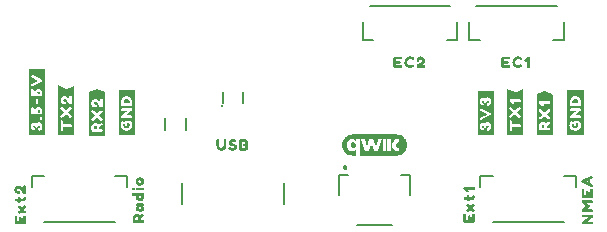
<source format=gto>
G04 EAGLE Gerber RS-274X export*
G75*
%MOMM*%
%FSLAX34Y34*%
%LPD*%
%INSilkscreen Top*%
%IPPOS*%
%AMOC8*
5,1,8,0,0,1.08239X$1,22.5*%
G01*
%ADD10C,0.203200*%
%ADD11C,0.300000*%
%ADD12C,0.152400*%

G36*
X314203Y60997D02*
X314203Y60997D01*
X314224Y61000D01*
X314233Y61017D01*
X314242Y61023D01*
X314240Y61032D01*
X314247Y61046D01*
X314263Y61433D01*
X314262Y61434D01*
X314263Y61435D01*
X314263Y65670D01*
X314263Y65671D01*
X314253Y66064D01*
X314246Y66075D01*
X314248Y66088D01*
X314228Y66101D01*
X314215Y66121D01*
X314202Y66118D01*
X314191Y66126D01*
X314157Y66111D01*
X314148Y66109D01*
X314147Y66106D01*
X314144Y66105D01*
X313713Y65619D01*
X313310Y65292D01*
X312863Y65029D01*
X312378Y64844D01*
X311871Y64727D01*
X311353Y64674D01*
X310832Y64695D01*
X310311Y64744D01*
X309804Y64863D01*
X309305Y65015D01*
X308842Y65253D01*
X308392Y65514D01*
X308004Y65862D01*
X307639Y66232D01*
X307334Y66655D01*
X307073Y67105D01*
X306857Y67581D01*
X306697Y68077D01*
X306571Y68586D01*
X306498Y69103D01*
X306458Y69626D01*
X306453Y70150D01*
X306493Y70673D01*
X306560Y71191D01*
X306686Y71700D01*
X306843Y72197D01*
X307060Y72672D01*
X307322Y73121D01*
X307629Y73542D01*
X307997Y73910D01*
X308386Y74256D01*
X308841Y74509D01*
X309309Y74736D01*
X309808Y74888D01*
X310318Y74993D01*
X310839Y75041D01*
X311360Y75050D01*
X311878Y74991D01*
X312383Y74867D01*
X312866Y74676D01*
X313313Y74412D01*
X313717Y74090D01*
X314147Y73542D01*
X314162Y73537D01*
X314170Y73524D01*
X314192Y73527D01*
X314212Y73520D01*
X314222Y73531D01*
X314238Y73533D01*
X314250Y73561D01*
X314258Y73569D01*
X314257Y73575D01*
X314260Y73580D01*
X314263Y74080D01*
X314263Y74609D01*
X314266Y74951D01*
X317501Y74951D01*
X317502Y74951D01*
X317519Y74951D01*
X317519Y61333D01*
X317520Y61331D01*
X317520Y61329D01*
X317536Y61045D01*
X317549Y61028D01*
X317552Y61007D01*
X317570Y60999D01*
X317577Y60990D01*
X317586Y60992D01*
X317599Y60986D01*
X348527Y60986D01*
X348530Y60988D01*
X348533Y60986D01*
X350114Y61137D01*
X350116Y61139D01*
X350119Y61138D01*
X350637Y61235D01*
X350640Y61238D01*
X350644Y61237D01*
X352156Y61719D01*
X352160Y61723D01*
X352167Y61724D01*
X353563Y62481D01*
X353565Y62486D01*
X353572Y62488D01*
X354805Y63487D01*
X354806Y63490D01*
X354811Y63492D01*
X355174Y63874D01*
X355175Y63876D01*
X355177Y63877D01*
X355851Y64694D01*
X355851Y64696D01*
X355854Y64698D01*
X356157Y65129D01*
X356157Y65132D01*
X356161Y65135D01*
X356905Y66537D01*
X356905Y66542D01*
X356906Y66543D01*
X356908Y66545D01*
X356908Y66546D01*
X356910Y66547D01*
X357380Y68064D01*
X357379Y68069D01*
X357383Y68074D01*
X357453Y68597D01*
X357453Y68598D01*
X357453Y68599D01*
X357559Y69653D01*
X357558Y69655D01*
X357560Y69658D01*
X357568Y70185D01*
X357566Y70187D01*
X357568Y70192D01*
X357408Y71772D01*
X357404Y71776D01*
X357405Y71784D01*
X356934Y73300D01*
X356931Y73303D01*
X356931Y73308D01*
X356708Y73786D01*
X356706Y73787D01*
X356706Y73789D01*
X356201Y74720D01*
X356199Y74721D01*
X356198Y74724D01*
X355908Y75164D01*
X355906Y75165D01*
X355904Y75170D01*
X355231Y75986D01*
X355229Y75986D01*
X355229Y75988D01*
X355196Y76024D01*
X355140Y76087D01*
X355084Y76150D01*
X355028Y76213D01*
X354972Y76275D01*
X354916Y76338D01*
X354877Y76381D01*
X354873Y76382D01*
X354870Y76388D01*
X353645Y77398D01*
X353640Y77399D01*
X353635Y77405D01*
X352241Y78164D01*
X352237Y78164D01*
X352233Y78168D01*
X351738Y78351D01*
X351737Y78351D01*
X351735Y78352D01*
X350724Y78666D01*
X350722Y78666D01*
X350719Y78668D01*
X350205Y78782D01*
X350202Y78780D01*
X350198Y78783D01*
X349144Y78889D01*
X348619Y78942D01*
X348616Y78941D01*
X348612Y78942D01*
X311561Y78942D01*
X311559Y78941D01*
X311555Y78942D01*
X309975Y78794D01*
X309973Y78793D01*
X309970Y78794D01*
X309451Y78703D01*
X309448Y78700D01*
X309443Y78701D01*
X307928Y78225D01*
X307925Y78221D01*
X307917Y78220D01*
X306522Y77463D01*
X306520Y77459D01*
X306514Y77457D01*
X306094Y77137D01*
X306094Y77136D01*
X306092Y77136D01*
X305276Y76462D01*
X305275Y76459D01*
X305271Y76458D01*
X304903Y76080D01*
X304902Y76078D01*
X304899Y76076D01*
X304226Y75260D01*
X304225Y75258D01*
X304223Y75256D01*
X303915Y74829D01*
X303914Y74825D01*
X303910Y74822D01*
X303160Y73423D01*
X303161Y73418D01*
X303156Y73412D01*
X302685Y71896D01*
X302686Y71891D01*
X302683Y71886D01*
X302606Y71364D01*
X302607Y71363D01*
X302606Y71361D01*
X302499Y70308D01*
X302500Y70306D01*
X302499Y70304D01*
X302484Y69777D01*
X302486Y69774D01*
X302484Y69769D01*
X302644Y68189D01*
X302647Y68185D01*
X302646Y68177D01*
X303111Y66659D01*
X303114Y66657D01*
X303114Y66652D01*
X303332Y66172D01*
X303334Y66171D01*
X303334Y66168D01*
X303839Y65238D01*
X303841Y65236D01*
X303841Y65234D01*
X304126Y64790D01*
X304129Y64788D01*
X304131Y64784D01*
X304140Y64772D01*
X304193Y64710D01*
X304246Y64647D01*
X304404Y64459D01*
X304457Y64396D01*
X304510Y64333D01*
X304562Y64270D01*
X304615Y64208D01*
X304668Y64145D01*
X304826Y63957D01*
X304879Y63894D01*
X304932Y63831D01*
X304985Y63768D01*
X305037Y63706D01*
X305152Y63569D01*
X305157Y63568D01*
X305160Y63561D01*
X306385Y62551D01*
X306390Y62550D01*
X306395Y62544D01*
X307785Y61780D01*
X307789Y61780D01*
X307793Y61776D01*
X308285Y61587D01*
X308287Y61587D01*
X308289Y61585D01*
X309300Y61272D01*
X309302Y61272D01*
X309304Y61270D01*
X309817Y61150D01*
X309821Y61151D01*
X309825Y61149D01*
X311405Y60989D01*
X311408Y60991D01*
X311411Y60989D01*
X314185Y60986D01*
X314203Y60997D01*
G37*
G36*
X50638Y78380D02*
X50638Y78380D01*
X50646Y78382D01*
X50846Y78882D01*
X50842Y78895D01*
X50849Y78900D01*
X50849Y134400D01*
X50813Y134447D01*
X50810Y134445D01*
X50808Y134449D01*
X50208Y134549D01*
X50203Y134546D01*
X50200Y134549D01*
X37300Y134549D01*
X37253Y134513D01*
X37254Y134511D01*
X37252Y134509D01*
X37251Y134508D01*
X37151Y133908D01*
X37154Y133903D01*
X37151Y133900D01*
X37151Y78600D01*
X37180Y78562D01*
X37182Y78554D01*
X37682Y78354D01*
X37695Y78358D01*
X37700Y78351D01*
X50600Y78351D01*
X50638Y78380D01*
G37*
G36*
X75205Y78354D02*
X75205Y78354D01*
X75208Y78351D01*
X75808Y78451D01*
X75849Y78495D01*
X75846Y78498D01*
X75849Y78500D01*
X75849Y119800D01*
X75840Y119813D01*
X75844Y119822D01*
X75644Y120222D01*
X75591Y120248D01*
X75587Y120240D01*
X75578Y120244D01*
X69582Y117246D01*
X68905Y117053D01*
X62322Y120344D01*
X62321Y120344D01*
X62321Y120345D01*
X62319Y120343D01*
X62264Y120333D01*
X62267Y120316D01*
X62251Y120308D01*
X62151Y119708D01*
X62154Y119703D01*
X62151Y119700D01*
X62151Y78900D01*
X62155Y78894D01*
X62152Y78890D01*
X62252Y78390D01*
X62296Y78351D01*
X62298Y78353D01*
X62300Y78351D01*
X75200Y78351D01*
X75205Y78354D01*
G37*
G36*
X101311Y77359D02*
X101311Y77359D01*
X101318Y77354D01*
X101818Y77554D01*
X101833Y77578D01*
X101840Y77584D01*
X101838Y77587D01*
X101843Y77595D01*
X101849Y77600D01*
X101849Y114200D01*
X101830Y114225D01*
X101831Y114238D01*
X101331Y114638D01*
X101323Y114639D01*
X101322Y114644D01*
X95222Y117644D01*
X95201Y117640D01*
X95192Y117649D01*
X94592Y117549D01*
X94585Y117541D01*
X94578Y117544D01*
X88478Y114544D01*
X88469Y114527D01*
X88458Y114525D01*
X88158Y114025D01*
X88159Y114011D01*
X88153Y114006D01*
X88155Y114003D01*
X88151Y114000D01*
X88151Y77900D01*
X88159Y77889D01*
X88154Y77882D01*
X88354Y77382D01*
X88395Y77357D01*
X88400Y77351D01*
X101300Y77351D01*
X101311Y77359D01*
G37*
G36*
X506747Y78387D02*
X506747Y78387D01*
X506745Y78390D01*
X506749Y78392D01*
X506849Y78992D01*
X506846Y78997D01*
X506849Y79000D01*
X506849Y116200D01*
X506813Y116247D01*
X506806Y116242D01*
X506800Y116249D01*
X493300Y116249D01*
X493253Y116213D01*
X493255Y116210D01*
X493251Y116208D01*
X493151Y115608D01*
X493154Y115603D01*
X493151Y115600D01*
X493151Y78400D01*
X493187Y78353D01*
X493194Y78358D01*
X493200Y78351D01*
X506700Y78351D01*
X506747Y78387D01*
G37*
G36*
X126747Y78387D02*
X126747Y78387D01*
X126745Y78390D01*
X126749Y78392D01*
X126849Y78992D01*
X126846Y78997D01*
X126849Y79000D01*
X126849Y116200D01*
X126813Y116247D01*
X126806Y116242D01*
X126800Y116249D01*
X113300Y116249D01*
X113253Y116213D01*
X113255Y116210D01*
X113251Y116208D01*
X113151Y115608D01*
X113154Y115603D01*
X113151Y115600D01*
X113151Y78400D01*
X113187Y78353D01*
X113194Y78358D01*
X113200Y78351D01*
X126700Y78351D01*
X126747Y78387D01*
G37*
G36*
X455747Y78387D02*
X455747Y78387D01*
X455745Y78390D01*
X455749Y78392D01*
X455849Y78992D01*
X455846Y78997D01*
X455849Y79000D01*
X455849Y116900D01*
X455845Y116906D01*
X455848Y116910D01*
X455748Y117410D01*
X455704Y117449D01*
X455693Y117437D01*
X455678Y117444D01*
X449000Y114155D01*
X448422Y114444D01*
X442422Y117444D01*
X442364Y117433D01*
X442365Y117424D01*
X442356Y117422D01*
X442156Y117022D01*
X442159Y117006D01*
X442151Y117000D01*
X442151Y78500D01*
X442187Y78453D01*
X442190Y78455D01*
X442192Y78451D01*
X442792Y78351D01*
X442797Y78354D01*
X442800Y78351D01*
X455700Y78351D01*
X455747Y78387D01*
G37*
G36*
X430638Y78380D02*
X430638Y78380D01*
X430646Y78382D01*
X430846Y78882D01*
X430842Y78895D01*
X430849Y78900D01*
X430849Y115400D01*
X430813Y115447D01*
X430810Y115445D01*
X430808Y115449D01*
X430208Y115549D01*
X430203Y115546D01*
X430200Y115549D01*
X417300Y115549D01*
X417253Y115513D01*
X417255Y115510D01*
X417251Y115508D01*
X417151Y114908D01*
X417154Y114903D01*
X417151Y114900D01*
X417151Y78600D01*
X417180Y78562D01*
X417182Y78554D01*
X417682Y78354D01*
X417695Y78358D01*
X417700Y78351D01*
X430600Y78351D01*
X430638Y78380D01*
G37*
G36*
X480847Y78387D02*
X480847Y78387D01*
X480842Y78394D01*
X480849Y78400D01*
X480849Y112200D01*
X480835Y112218D01*
X480838Y112231D01*
X480438Y112731D01*
X480424Y112735D01*
X480422Y112744D01*
X474322Y115744D01*
X474306Y115741D01*
X474300Y115749D01*
X473700Y115749D01*
X473687Y115740D01*
X473678Y115744D01*
X467578Y112744D01*
X467571Y112731D01*
X467562Y112731D01*
X467162Y112231D01*
X467161Y112208D01*
X467151Y112200D01*
X467151Y78400D01*
X467187Y78353D01*
X467194Y78358D01*
X467200Y78351D01*
X480800Y78351D01*
X480847Y78387D01*
G37*
%LPC*%
G36*
X321907Y64797D02*
X321907Y64797D01*
X321868Y64889D01*
X318144Y74957D01*
X318182Y74957D01*
X318428Y74951D01*
X318429Y74951D01*
X321507Y74951D01*
X321508Y74950D01*
X321508Y74946D01*
X323455Y68346D01*
X323457Y68344D01*
X323457Y68341D01*
X323555Y68088D01*
X323568Y68079D01*
X323572Y68063D01*
X323593Y68061D01*
X323610Y68048D01*
X323624Y68056D01*
X323640Y68054D01*
X323658Y68076D01*
X323669Y68082D01*
X323669Y68089D01*
X323673Y68094D01*
X325638Y74855D01*
X325667Y74951D01*
X328804Y74951D01*
X328881Y74681D01*
X330812Y68076D01*
X330825Y68065D01*
X330829Y68048D01*
X330848Y68044D01*
X330863Y68031D01*
X330879Y68039D01*
X330896Y68036D01*
X330914Y68055D01*
X330925Y68060D01*
X330926Y68068D01*
X330931Y68073D01*
X331081Y68513D01*
X331081Y68514D01*
X331082Y68516D01*
X332880Y74608D01*
X332879Y74608D01*
X332880Y74608D01*
X332979Y74951D01*
X336108Y74951D01*
X336133Y74950D01*
X332544Y65099D01*
X332433Y64797D01*
X329193Y64797D01*
X329087Y65100D01*
X327372Y70662D01*
X327241Y71105D01*
X327227Y71117D01*
X327223Y71134D01*
X327204Y71137D01*
X327189Y71149D01*
X327173Y71142D01*
X327155Y71145D01*
X327139Y71126D01*
X327128Y71121D01*
X327127Y71112D01*
X327121Y71106D01*
X325207Y64966D01*
X325153Y64797D01*
X321907Y64797D01*
G37*
%LPD*%
%LPC*%
G36*
X98218Y90549D02*
X98218Y90549D01*
X97632Y91037D01*
X95133Y93336D01*
X95108Y93339D01*
X95100Y93349D01*
X94600Y93349D01*
X94581Y93335D01*
X94568Y93338D01*
X91968Y91138D01*
X91378Y90646D01*
X90913Y90553D01*
X90435Y90935D01*
X89949Y91518D01*
X89949Y91985D01*
X90337Y92567D01*
X92932Y94762D01*
X92938Y94792D01*
X92949Y94800D01*
X92949Y95300D01*
X92932Y95323D01*
X92933Y95337D01*
X90435Y97534D01*
X89949Y98118D01*
X89949Y98584D01*
X90436Y99266D01*
X90914Y99648D01*
X91479Y99554D01*
X92068Y99063D01*
X94567Y96764D01*
X94590Y96762D01*
X94595Y96755D01*
X94597Y96755D01*
X94600Y96751D01*
X95000Y96751D01*
X95020Y96766D01*
X95033Y96764D01*
X97532Y99063D01*
X98118Y99551D01*
X98600Y99551D01*
X98647Y99587D01*
X98642Y99594D01*
X98647Y99598D01*
X98646Y99600D01*
X98649Y99602D01*
X98549Y101802D01*
X98518Y101840D01*
X98516Y101847D01*
X97919Y102046D01*
X97329Y102341D01*
X96837Y102833D01*
X96441Y103328D01*
X95443Y105124D01*
X95434Y105128D01*
X95435Y105135D01*
X94937Y105633D01*
X94538Y106131D01*
X94524Y106134D01*
X94522Y106144D01*
X93922Y106444D01*
X93912Y106442D01*
X93908Y106449D01*
X93308Y106549D01*
X93285Y106537D01*
X93273Y106541D01*
X92673Y106141D01*
X92668Y106126D01*
X92658Y106125D01*
X92358Y105625D01*
X92360Y105607D01*
X92351Y105600D01*
X92351Y104900D01*
X92365Y104881D01*
X92362Y104868D01*
X92862Y104268D01*
X92886Y104263D01*
X92892Y104251D01*
X93492Y104151D01*
X93493Y104152D01*
X93493Y104151D01*
X94177Y104054D01*
X94554Y103677D01*
X94650Y103000D01*
X94554Y102227D01*
X94181Y101947D01*
X93500Y101850D01*
X92811Y101948D01*
X92219Y102146D01*
X91627Y102442D01*
X91035Y102935D01*
X90640Y103428D01*
X90346Y103920D01*
X90149Y104607D01*
X90149Y105993D01*
X90346Y106682D01*
X90642Y107273D01*
X91034Y107763D01*
X91626Y108158D01*
X92120Y108454D01*
X92811Y108652D01*
X93404Y108751D01*
X94093Y108751D01*
X94782Y108554D01*
X95373Y108258D01*
X95865Y107865D01*
X96362Y107268D01*
X96366Y107268D01*
X96365Y107265D01*
X96859Y106771D01*
X97155Y106180D01*
X97354Y105682D01*
X97373Y105670D01*
X97387Y105653D01*
X97394Y105658D01*
X97405Y105651D01*
X97423Y105680D01*
X97449Y105700D01*
X97449Y108097D01*
X97546Y108774D01*
X98017Y109151D01*
X98697Y109151D01*
X99370Y109055D01*
X99651Y108586D01*
X99651Y103203D01*
X99553Y102520D01*
X99171Y102042D01*
X98584Y101847D01*
X98551Y101798D01*
X98651Y99598D01*
X98670Y99575D01*
X98669Y99562D01*
X99165Y99165D01*
X99651Y98582D01*
X99651Y98120D01*
X99166Y97636D01*
X96567Y95337D01*
X96562Y95308D01*
X96551Y95300D01*
X96551Y94900D01*
X96569Y94876D01*
X96568Y94862D01*
X99165Y92665D01*
X99651Y92082D01*
X99651Y91615D01*
X99263Y91033D01*
X98682Y90549D01*
X98218Y90549D01*
G37*
%LPD*%
%LPC*%
G36*
X64817Y82049D02*
X64817Y82049D01*
X64347Y82426D01*
X64249Y83303D01*
X64249Y89997D01*
X64346Y90673D01*
X64730Y90961D01*
X64737Y90986D01*
X64748Y90995D01*
X64749Y90995D01*
X64949Y93095D01*
X64930Y93125D01*
X64931Y93138D01*
X64435Y93535D01*
X63949Y94118D01*
X63949Y94585D01*
X64337Y95167D01*
X66932Y97362D01*
X66938Y97390D01*
X66947Y97397D01*
X66947Y97398D01*
X66949Y97400D01*
X66949Y97900D01*
X66932Y97923D01*
X66933Y97937D01*
X64435Y100134D01*
X63949Y100718D01*
X63949Y101185D01*
X64337Y101767D01*
X64913Y102247D01*
X65381Y102154D01*
X65969Y101761D01*
X68467Y99464D01*
X68492Y99461D01*
X68500Y99451D01*
X69000Y99451D01*
X69020Y99466D01*
X69033Y99464D01*
X71531Y101761D01*
X72119Y102154D01*
X72590Y102248D01*
X73167Y101863D01*
X73651Y101282D01*
X73651Y100720D01*
X73166Y100236D01*
X70667Y98037D01*
X70665Y98023D01*
X70654Y98015D01*
X70656Y98012D01*
X70652Y98010D01*
X70552Y97510D01*
X70568Y97475D01*
X70567Y97463D01*
X73066Y95264D01*
X73651Y94680D01*
X73651Y94215D01*
X73263Y93633D01*
X72682Y93149D01*
X72218Y93149D01*
X71632Y93637D01*
X69133Y95936D01*
X69108Y95939D01*
X69100Y95949D01*
X68600Y95949D01*
X68580Y95934D01*
X68567Y95937D01*
X66068Y93738D01*
X65478Y93246D01*
X64990Y93148D01*
X64953Y93106D01*
X64951Y93105D01*
X64751Y91005D01*
X64782Y90954D01*
X64793Y90960D01*
X64800Y90951D01*
X65486Y90951D01*
X65955Y90670D01*
X66051Y89997D01*
X66051Y88000D01*
X66067Y87979D01*
X66065Y87965D01*
X66365Y87665D01*
X66390Y87662D01*
X66392Y87659D01*
X66394Y87659D01*
X66400Y87651D01*
X72497Y87651D01*
X73180Y87553D01*
X73651Y87176D01*
X73651Y85826D01*
X73085Y85449D01*
X66400Y85449D01*
X66374Y85430D01*
X66361Y85430D01*
X66061Y85030D01*
X66061Y85019D01*
X66053Y85013D01*
X66058Y85006D01*
X66051Y85000D01*
X66051Y83003D01*
X65955Y82330D01*
X65486Y82049D01*
X64817Y82049D01*
G37*
%LPD*%
G36*
X220104Y65254D02*
X220104Y65254D01*
X220107Y65251D01*
X220807Y65351D01*
X220812Y65356D01*
X220816Y65353D01*
X221416Y65553D01*
X221421Y65561D01*
X221427Y65559D01*
X222027Y65959D01*
X222031Y65969D01*
X222038Y65969D01*
X222438Y66469D01*
X222439Y66473D01*
X222441Y66473D01*
X222841Y67073D01*
X222840Y67088D01*
X222849Y67093D01*
X223049Y68493D01*
X223044Y68502D01*
X223049Y68507D01*
X222949Y69207D01*
X222941Y69215D01*
X222944Y69222D01*
X222644Y69822D01*
X222637Y69825D01*
X222638Y69831D01*
X222261Y70303D01*
X222441Y70573D01*
X222440Y70582D01*
X222447Y70584D01*
X222647Y71184D01*
X222645Y71191D01*
X222649Y71193D01*
X222749Y71893D01*
X222744Y71902D01*
X222749Y71907D01*
X222649Y72607D01*
X222644Y72612D01*
X222647Y72616D01*
X222447Y73216D01*
X222442Y73219D01*
X222444Y73222D01*
X222144Y73822D01*
X222134Y73827D01*
X222135Y73835D01*
X221635Y74335D01*
X221623Y74336D01*
X221622Y74344D01*
X221022Y74644D01*
X221015Y74643D01*
X221014Y74647D01*
X220314Y74847D01*
X220304Y74844D01*
X220300Y74849D01*
X216100Y74849D01*
X216085Y74838D01*
X216075Y74842D01*
X215575Y74542D01*
X215564Y74514D01*
X215551Y74508D01*
X215451Y73908D01*
X215454Y73903D01*
X215451Y73900D01*
X215451Y65700D01*
X215470Y65674D01*
X215470Y65661D01*
X215870Y65361D01*
X215888Y65361D01*
X215894Y65351D01*
X216694Y65251D01*
X216698Y65253D01*
X216700Y65251D01*
X220100Y65251D01*
X220104Y65254D01*
G37*
G36*
X514218Y13065D02*
X514218Y13065D01*
X514231Y13062D01*
X514731Y13462D01*
X514735Y13477D01*
X514740Y13481D01*
X514737Y13485D01*
X514738Y13492D01*
X514749Y13500D01*
X514749Y14300D01*
X514746Y14304D01*
X514749Y14307D01*
X514649Y15007D01*
X514627Y15029D01*
X514625Y15042D01*
X514125Y15342D01*
X514107Y15340D01*
X514100Y15349D01*
X509380Y15349D01*
X509439Y15467D01*
X511828Y17160D01*
X511832Y17172D01*
X511841Y17173D01*
X512241Y17773D01*
X512240Y17787D01*
X512249Y17792D01*
X512349Y18392D01*
X512337Y18415D01*
X512341Y18427D01*
X511941Y19027D01*
X511930Y19031D01*
X511930Y19039D01*
X511530Y19339D01*
X511529Y19339D01*
X511529Y19340D01*
X509349Y20951D01*
X514000Y20951D01*
X514015Y20962D01*
X514025Y20958D01*
X514525Y21258D01*
X514534Y21280D01*
X514547Y21284D01*
X514747Y21884D01*
X514743Y21895D01*
X514749Y21900D01*
X514749Y22600D01*
X514738Y22615D01*
X514742Y22625D01*
X514442Y23125D01*
X514418Y23135D01*
X514414Y23147D01*
X513714Y23347D01*
X513705Y23344D01*
X513704Y23344D01*
X513700Y23349D01*
X506200Y23349D01*
X506195Y23346D01*
X506192Y23349D01*
X505592Y23249D01*
X505571Y23227D01*
X505558Y23225D01*
X505258Y22725D01*
X505258Y22720D01*
X505255Y22717D01*
X505259Y22711D01*
X505251Y22706D01*
X505151Y21906D01*
X505159Y21893D01*
X505153Y21884D01*
X505353Y21284D01*
X505369Y21273D01*
X505369Y21262D01*
X506969Y19962D01*
X506970Y19962D01*
X506970Y19961D01*
X508959Y18469D01*
X509140Y18017D01*
X505970Y15639D01*
X505969Y15634D01*
X505965Y15635D01*
X505465Y15135D01*
X505464Y15123D01*
X505456Y15122D01*
X505156Y14522D01*
X505159Y14506D01*
X505151Y14500D01*
X505151Y13700D01*
X505162Y13685D01*
X505158Y13675D01*
X505458Y13175D01*
X505486Y13164D01*
X505492Y13151D01*
X506092Y13051D01*
X506097Y13054D01*
X506100Y13051D01*
X514200Y13051D01*
X514218Y13065D01*
G37*
G36*
X134011Y4159D02*
X134011Y4159D01*
X134018Y4154D01*
X134518Y4354D01*
X134533Y4378D01*
X134540Y4383D01*
X134547Y4386D01*
X134747Y5086D01*
X134742Y5099D01*
X134749Y5105D01*
X134649Y6005D01*
X134633Y6022D01*
X134635Y6035D01*
X134235Y6435D01*
X134214Y6438D01*
X134208Y6449D01*
X133608Y6549D01*
X133603Y6546D01*
X133600Y6549D01*
X132233Y6549D01*
X132049Y7009D01*
X132049Y8370D01*
X132821Y8755D01*
X134420Y9455D01*
X134431Y9476D01*
X134444Y9478D01*
X134744Y10078D01*
X134741Y10093D01*
X134746Y10097D01*
X134742Y10101D01*
X134749Y10108D01*
X134649Y10708D01*
X134639Y10717D01*
X134643Y10724D01*
X134243Y11424D01*
X134222Y11433D01*
X134218Y11446D01*
X133718Y11646D01*
X133697Y11640D01*
X133686Y11647D01*
X132986Y11447D01*
X132985Y11446D01*
X132984Y11447D01*
X132684Y11347D01*
X132682Y11343D01*
X132679Y11345D01*
X131389Y10749D01*
X130917Y10749D01*
X130431Y11138D01*
X130423Y11139D01*
X130422Y11144D01*
X129822Y11444D01*
X129811Y11442D01*
X129807Y11449D01*
X128407Y11649D01*
X128398Y11644D01*
X128393Y11649D01*
X127693Y11549D01*
X127685Y11541D01*
X127678Y11544D01*
X126478Y10944D01*
X126471Y10931D01*
X126462Y10931D01*
X126062Y10431D01*
X126061Y10422D01*
X126057Y10419D01*
X126061Y10413D01*
X126061Y10412D01*
X126033Y10437D01*
X125973Y10441D01*
X125972Y10428D01*
X125959Y10427D01*
X125559Y9827D01*
X125559Y9823D01*
X125556Y9822D01*
X125256Y9222D01*
X125258Y9212D01*
X125251Y9208D01*
X125151Y8608D01*
X125152Y8607D01*
X125151Y8607D01*
X125051Y7907D01*
X125054Y7902D01*
X125051Y7900D01*
X125051Y5100D01*
X125058Y5091D01*
X125053Y5084D01*
X125253Y4484D01*
X125273Y4471D01*
X125275Y4458D01*
X125775Y4158D01*
X125793Y4160D01*
X125800Y4151D01*
X134000Y4151D01*
X134011Y4159D01*
G37*
G36*
X513705Y2654D02*
X513705Y2654D01*
X513708Y2651D01*
X514308Y2751D01*
X514323Y2767D01*
X514335Y2765D01*
X514735Y3165D01*
X514736Y3177D01*
X514740Y3179D01*
X514737Y3183D01*
X514739Y3192D01*
X514749Y3200D01*
X514749Y4100D01*
X514742Y4109D01*
X514747Y4116D01*
X514547Y4716D01*
X514522Y4733D01*
X514518Y4746D01*
X514018Y4946D01*
X514005Y4942D01*
X514000Y4949D01*
X509904Y4949D01*
X509422Y5030D01*
X514130Y8561D01*
X514130Y8563D01*
X514132Y8562D01*
X514732Y9062D01*
X514736Y9080D01*
X514747Y9089D01*
X514743Y9095D01*
X514749Y9100D01*
X514749Y9800D01*
X514746Y9804D01*
X514749Y9806D01*
X514649Y10606D01*
X514630Y10626D01*
X514630Y10639D01*
X514230Y10939D01*
X514213Y10939D01*
X514208Y10949D01*
X513608Y11049D01*
X513603Y11046D01*
X513600Y11049D01*
X506100Y11049D01*
X506091Y11042D01*
X506084Y11047D01*
X505484Y10847D01*
X505471Y10827D01*
X505458Y10825D01*
X505158Y10325D01*
X505160Y10307D01*
X505151Y10300D01*
X505151Y9600D01*
X505157Y9592D01*
X505153Y9586D01*
X505353Y8886D01*
X505380Y8866D01*
X505384Y8853D01*
X505984Y8653D01*
X505995Y8657D01*
X506000Y8651D01*
X510546Y8651D01*
X508571Y7240D01*
X508571Y7239D01*
X508570Y7239D01*
X505870Y5139D01*
X505870Y5138D01*
X505869Y5138D01*
X505369Y4738D01*
X505364Y4718D01*
X505353Y4714D01*
X505153Y4014D01*
X505156Y4004D01*
X505151Y4000D01*
X505151Y3300D01*
X505165Y3282D01*
X505162Y3269D01*
X505562Y2769D01*
X505587Y2763D01*
X505593Y2751D01*
X506293Y2651D01*
X506298Y2654D01*
X506300Y2651D01*
X513700Y2651D01*
X513705Y2654D01*
G37*
G36*
X513705Y25254D02*
X513705Y25254D01*
X513708Y25251D01*
X514308Y25351D01*
X514323Y25367D01*
X514335Y25365D01*
X514735Y25765D01*
X514736Y25777D01*
X514740Y25779D01*
X514737Y25783D01*
X514739Y25792D01*
X514749Y25800D01*
X514749Y32100D01*
X514741Y32111D01*
X514746Y32118D01*
X514546Y32618D01*
X514518Y32635D01*
X514514Y32647D01*
X513814Y32847D01*
X513800Y32842D01*
X513794Y32849D01*
X512994Y32749D01*
X512983Y32739D01*
X512975Y32742D01*
X512475Y32442D01*
X512464Y32414D01*
X512460Y32412D01*
X512451Y32407D01*
X512351Y31707D01*
X512354Y31702D01*
X512351Y31700D01*
X512351Y27649D01*
X511804Y27649D01*
X511249Y27742D01*
X511249Y29700D01*
X511246Y29704D01*
X511249Y29706D01*
X511149Y30506D01*
X511142Y30513D01*
X511146Y30518D01*
X510946Y31018D01*
X510927Y31030D01*
X510925Y31042D01*
X510425Y31342D01*
X510407Y31340D01*
X510400Y31349D01*
X509500Y31349D01*
X509485Y31338D01*
X509475Y31342D01*
X508975Y31042D01*
X508966Y31022D01*
X508954Y31018D01*
X508754Y30518D01*
X508758Y30505D01*
X508751Y30500D01*
X508751Y27740D01*
X508295Y27649D01*
X507642Y27649D01*
X507549Y28204D01*
X507549Y31600D01*
X507546Y31604D01*
X507549Y31607D01*
X507449Y32307D01*
X507436Y32319D01*
X507439Y32330D01*
X507139Y32730D01*
X507112Y32737D01*
X507105Y32749D01*
X506205Y32849D01*
X506194Y32842D01*
X506186Y32847D01*
X505486Y32647D01*
X505471Y32627D01*
X505458Y32625D01*
X505158Y32125D01*
X505159Y32115D01*
X505153Y32110D01*
X505157Y32104D01*
X505151Y32100D01*
X505151Y26000D01*
X505162Y25985D01*
X505158Y25975D01*
X505458Y25475D01*
X505482Y25465D01*
X505486Y25453D01*
X506186Y25253D01*
X506196Y25256D01*
X506200Y25251D01*
X513700Y25251D01*
X513705Y25254D01*
G37*
G36*
X444213Y135260D02*
X444213Y135260D01*
X444222Y135256D01*
X444622Y135456D01*
X444632Y135477D01*
X444641Y135484D01*
X444647Y135486D01*
X444847Y136186D01*
X444844Y136196D01*
X444849Y136200D01*
X444849Y137000D01*
X444835Y137018D01*
X444838Y137031D01*
X444438Y137531D01*
X444414Y137537D01*
X444408Y137549D01*
X443808Y137649D01*
X443803Y137646D01*
X443800Y137649D01*
X439749Y137649D01*
X439749Y138196D01*
X439842Y138751D01*
X441800Y138751D01*
X441804Y138754D01*
X441807Y138751D01*
X442507Y138851D01*
X442512Y138856D01*
X442516Y138853D01*
X443116Y139053D01*
X443129Y139073D01*
X443142Y139075D01*
X443442Y139575D01*
X443440Y139593D01*
X443449Y139600D01*
X443449Y140500D01*
X443438Y140515D01*
X443442Y140525D01*
X443142Y141025D01*
X443120Y141034D01*
X443116Y141047D01*
X442516Y141247D01*
X442505Y141243D01*
X442500Y141249D01*
X439840Y141249D01*
X439749Y141705D01*
X439749Y142358D01*
X440304Y142451D01*
X443700Y142451D01*
X443704Y142454D01*
X443707Y142451D01*
X444407Y142551D01*
X444422Y142567D01*
X444435Y142565D01*
X444735Y142865D01*
X444737Y142884D01*
X444748Y142889D01*
X444948Y143789D01*
X444941Y143805D01*
X444947Y143814D01*
X444747Y144514D01*
X444727Y144529D01*
X444725Y144542D01*
X444225Y144842D01*
X444207Y144840D01*
X444200Y144849D01*
X438000Y144849D01*
X437982Y144836D01*
X437970Y144839D01*
X437570Y144539D01*
X437566Y144523D01*
X437564Y144518D01*
X437553Y144514D01*
X437353Y143814D01*
X437356Y143804D01*
X437351Y143800D01*
X437351Y136300D01*
X437354Y136295D01*
X437351Y136292D01*
X437451Y135692D01*
X437467Y135677D01*
X437465Y135665D01*
X437865Y135265D01*
X437892Y135262D01*
X437900Y135251D01*
X444200Y135251D01*
X444213Y135260D01*
G37*
G36*
X352711Y135259D02*
X352711Y135259D01*
X352718Y135254D01*
X353218Y135454D01*
X353233Y135478D01*
X353240Y135483D01*
X353247Y135486D01*
X353447Y136186D01*
X353444Y136196D01*
X353449Y136200D01*
X353449Y137000D01*
X353435Y137018D01*
X353438Y137031D01*
X353038Y137531D01*
X353014Y137537D01*
X353008Y137549D01*
X352408Y137649D01*
X352403Y137646D01*
X352400Y137649D01*
X348349Y137649D01*
X348349Y138196D01*
X348442Y138751D01*
X350400Y138751D01*
X350404Y138754D01*
X350407Y138751D01*
X351107Y138851D01*
X351112Y138856D01*
X351116Y138853D01*
X351716Y139053D01*
X351729Y139073D01*
X351742Y139075D01*
X352042Y139575D01*
X352040Y139593D01*
X352049Y139600D01*
X352049Y140500D01*
X352038Y140515D01*
X352042Y140525D01*
X351742Y141025D01*
X351720Y141034D01*
X351716Y141047D01*
X351116Y141247D01*
X351105Y141243D01*
X351100Y141249D01*
X348440Y141249D01*
X348349Y141705D01*
X348349Y142358D01*
X348904Y142451D01*
X352300Y142451D01*
X352305Y142454D01*
X352308Y142451D01*
X352908Y142551D01*
X352920Y142563D01*
X352930Y142561D01*
X353330Y142861D01*
X353337Y142888D01*
X353349Y142895D01*
X353449Y143795D01*
X353444Y143802D01*
X353449Y143807D01*
X353349Y144507D01*
X353327Y144529D01*
X353325Y144542D01*
X352825Y144842D01*
X352807Y144840D01*
X352800Y144849D01*
X346600Y144849D01*
X346585Y144838D01*
X346575Y144842D01*
X346075Y144542D01*
X346063Y144514D01*
X346051Y144507D01*
X345951Y143807D01*
X345954Y143802D01*
X345951Y143800D01*
X345951Y136300D01*
X345954Y136295D01*
X345951Y136292D01*
X346051Y135692D01*
X346067Y135677D01*
X346065Y135665D01*
X346465Y135265D01*
X346492Y135262D01*
X346500Y135251D01*
X352700Y135251D01*
X352711Y135259D01*
G37*
G36*
X413705Y4254D02*
X413705Y4254D01*
X413708Y4251D01*
X414308Y4351D01*
X414323Y4367D01*
X414335Y4365D01*
X414735Y4765D01*
X414736Y4777D01*
X414740Y4779D01*
X414737Y4783D01*
X414739Y4792D01*
X414749Y4800D01*
X414749Y11000D01*
X414741Y11011D01*
X414746Y11018D01*
X414546Y11518D01*
X414518Y11535D01*
X414514Y11547D01*
X413814Y11747D01*
X413804Y11744D01*
X413800Y11749D01*
X413000Y11749D01*
X412982Y11735D01*
X412969Y11738D01*
X412469Y11338D01*
X412464Y11316D01*
X412457Y11311D01*
X412451Y11308D01*
X412351Y10708D01*
X412354Y10703D01*
X412351Y10700D01*
X412351Y6649D01*
X411804Y6649D01*
X411249Y6742D01*
X411249Y8700D01*
X411246Y8704D01*
X411249Y8707D01*
X411149Y9407D01*
X411144Y9412D01*
X411147Y9416D01*
X410947Y10016D01*
X410927Y10029D01*
X410925Y10042D01*
X410425Y10342D01*
X410407Y10340D01*
X410400Y10349D01*
X409500Y10349D01*
X409485Y10338D01*
X409475Y10342D01*
X408975Y10042D01*
X408966Y10020D01*
X408953Y10016D01*
X408753Y9416D01*
X408757Y9405D01*
X408751Y9400D01*
X408751Y6740D01*
X408295Y6649D01*
X407642Y6649D01*
X407549Y7204D01*
X407549Y10600D01*
X407546Y10605D01*
X407549Y10608D01*
X407449Y11208D01*
X407437Y11220D01*
X407439Y11230D01*
X407139Y11630D01*
X407112Y11637D01*
X407105Y11649D01*
X406205Y11749D01*
X406198Y11744D01*
X406193Y11749D01*
X405493Y11649D01*
X405471Y11627D01*
X405458Y11625D01*
X405158Y11125D01*
X405159Y11115D01*
X405153Y11110D01*
X405157Y11104D01*
X405151Y11100D01*
X405151Y4900D01*
X405164Y4882D01*
X405161Y4870D01*
X405461Y4470D01*
X405482Y4464D01*
X405486Y4453D01*
X406186Y4253D01*
X406196Y4256D01*
X406200Y4251D01*
X413700Y4251D01*
X413705Y4254D01*
G37*
G36*
X34325Y2870D02*
X34325Y2870D01*
X34338Y2869D01*
X34738Y3369D01*
X34739Y3377D01*
X34741Y3379D01*
X34739Y3383D01*
X34739Y3392D01*
X34749Y3400D01*
X34749Y9600D01*
X34741Y9611D01*
X34746Y9618D01*
X34546Y10118D01*
X34518Y10135D01*
X34514Y10147D01*
X33814Y10347D01*
X33800Y10342D01*
X33794Y10349D01*
X32994Y10249D01*
X32983Y10239D01*
X32975Y10242D01*
X32475Y9942D01*
X32464Y9916D01*
X32454Y9908D01*
X32451Y9907D01*
X32351Y9207D01*
X32354Y9202D01*
X32351Y9200D01*
X32351Y5249D01*
X31249Y5249D01*
X31249Y7300D01*
X31246Y7304D01*
X31249Y7307D01*
X31149Y8007D01*
X31143Y8013D01*
X31146Y8018D01*
X30946Y8518D01*
X30931Y8527D01*
X30931Y8538D01*
X30431Y8938D01*
X30408Y8939D01*
X30400Y8949D01*
X29500Y8949D01*
X29485Y8938D01*
X29475Y8942D01*
X28975Y8642D01*
X28966Y8620D01*
X28953Y8616D01*
X28753Y8016D01*
X28757Y8005D01*
X28751Y8000D01*
X28751Y5340D01*
X28295Y5249D01*
X27642Y5249D01*
X27549Y5804D01*
X27549Y9100D01*
X27546Y9104D01*
X27549Y9107D01*
X27449Y9807D01*
X27436Y9819D01*
X27439Y9830D01*
X27139Y10230D01*
X27112Y10237D01*
X27105Y10249D01*
X26205Y10349D01*
X26198Y10344D01*
X26193Y10349D01*
X25493Y10249D01*
X25471Y10227D01*
X25458Y10225D01*
X25158Y9725D01*
X25159Y9715D01*
X25153Y9710D01*
X25157Y9704D01*
X25151Y9700D01*
X25151Y3500D01*
X25162Y3485D01*
X25158Y3475D01*
X25458Y2975D01*
X25486Y2963D01*
X25493Y2951D01*
X26193Y2851D01*
X26198Y2854D01*
X26200Y2851D01*
X34300Y2851D01*
X34325Y2870D01*
G37*
%LPC*%
G36*
X116208Y92749D02*
X116208Y92749D01*
X115629Y92942D01*
X115249Y93417D01*
X115249Y94092D01*
X115442Y94671D01*
X116031Y95161D01*
X119730Y97961D01*
X120530Y98561D01*
X120531Y98566D01*
X120535Y98565D01*
X120735Y98765D01*
X120736Y98776D01*
X120737Y98776D01*
X120736Y98777D01*
X120737Y98779D01*
X120747Y98787D01*
X120739Y98797D01*
X120743Y98824D01*
X120716Y98828D01*
X120700Y98849D01*
X115920Y98849D01*
X115249Y99520D01*
X115249Y100286D01*
X115536Y100764D01*
X116014Y101051D01*
X123500Y101051D01*
X123547Y101087D01*
X123545Y101089D01*
X123548Y101091D01*
X123545Y101095D01*
X123549Y101098D01*
X123551Y101129D01*
X123551Y101100D01*
X123587Y101053D01*
X123590Y101055D01*
X123592Y101051D01*
X124176Y100954D01*
X124554Y100577D01*
X124651Y99897D01*
X124651Y99220D01*
X124068Y98637D01*
X119270Y95039D01*
X119266Y95023D01*
X119253Y95013D01*
X119260Y95003D01*
X119254Y94982D01*
X119282Y94974D01*
X119300Y94951D01*
X123991Y94951D01*
X124459Y94763D01*
X124651Y94093D01*
X124651Y93220D01*
X124276Y92846D01*
X123696Y92749D01*
X116208Y92749D01*
G37*
%LPD*%
%LPC*%
G36*
X496208Y92749D02*
X496208Y92749D01*
X495629Y92942D01*
X495249Y93417D01*
X495249Y94092D01*
X495442Y94671D01*
X496031Y95161D01*
X499730Y97961D01*
X500530Y98561D01*
X500531Y98566D01*
X500535Y98565D01*
X500735Y98765D01*
X500736Y98776D01*
X500737Y98776D01*
X500736Y98777D01*
X500737Y98779D01*
X500747Y98787D01*
X500739Y98797D01*
X500743Y98824D01*
X500716Y98828D01*
X500700Y98849D01*
X495920Y98849D01*
X495249Y99520D01*
X495249Y100286D01*
X495536Y100764D01*
X496014Y101051D01*
X503500Y101051D01*
X503547Y101087D01*
X503545Y101089D01*
X503548Y101091D01*
X503545Y101095D01*
X503549Y101098D01*
X503551Y101129D01*
X503551Y101100D01*
X503587Y101053D01*
X503590Y101055D01*
X503592Y101051D01*
X504176Y100954D01*
X504554Y100577D01*
X504651Y99897D01*
X504651Y99220D01*
X504068Y98637D01*
X499270Y95039D01*
X499266Y95023D01*
X499253Y95013D01*
X499260Y95003D01*
X499254Y94982D01*
X499282Y94974D01*
X499300Y94951D01*
X503991Y94951D01*
X504459Y94763D01*
X504651Y94093D01*
X504651Y93220D01*
X504276Y92846D01*
X503696Y92749D01*
X496208Y92749D01*
G37*
%LPD*%
%LPC*%
G36*
X116108Y103149D02*
X116108Y103149D01*
X115530Y103342D01*
X115249Y103716D01*
X115249Y106996D01*
X115348Y107589D01*
X115546Y108282D01*
X115843Y108877D01*
X116140Y109371D01*
X116635Y109965D01*
X117131Y110362D01*
X117627Y110758D01*
X118218Y111054D01*
X118910Y111252D01*
X119603Y111351D01*
X120296Y111351D01*
X120889Y111252D01*
X121582Y111054D01*
X122177Y110757D01*
X122671Y110460D01*
X123265Y109965D01*
X123662Y109469D01*
X124058Y108973D01*
X124354Y108382D01*
X124552Y107689D01*
X124651Y107096D01*
X124651Y104303D01*
X124553Y103620D01*
X124273Y103246D01*
X123597Y103149D01*
X117327Y103149D01*
X117839Y105351D01*
X121800Y105351D01*
X121805Y105354D01*
X121808Y105351D01*
X122408Y105451D01*
X122449Y105495D01*
X122446Y105498D01*
X122449Y105500D01*
X122449Y107500D01*
X122442Y107509D01*
X122447Y107516D01*
X122347Y107816D01*
X122333Y107825D01*
X122335Y107835D01*
X121835Y108335D01*
X121831Y108335D01*
X121831Y108338D01*
X121331Y108738D01*
X121323Y108739D01*
X121322Y108744D01*
X120722Y109044D01*
X120711Y109042D01*
X120707Y109049D01*
X120007Y109149D01*
X119998Y109144D01*
X119993Y109149D01*
X119293Y109049D01*
X119285Y109041D01*
X119278Y109044D01*
X118678Y108744D01*
X118675Y108737D01*
X118669Y108738D01*
X118169Y108338D01*
X118167Y108331D01*
X118162Y108331D01*
X117762Y107831D01*
X117761Y107823D01*
X117756Y107822D01*
X117456Y107222D01*
X117459Y107206D01*
X117451Y107200D01*
X117451Y105800D01*
X117464Y105782D01*
X117461Y105770D01*
X117747Y105389D01*
X117226Y103149D01*
X116108Y103149D01*
G37*
%LPD*%
%LPC*%
G36*
X496108Y103149D02*
X496108Y103149D01*
X495530Y103342D01*
X495249Y103716D01*
X495249Y106996D01*
X495348Y107589D01*
X495546Y108282D01*
X495843Y108877D01*
X496140Y109371D01*
X496635Y109965D01*
X497131Y110362D01*
X497627Y110758D01*
X498218Y111054D01*
X498910Y111252D01*
X499603Y111351D01*
X500296Y111351D01*
X500889Y111252D01*
X501582Y111054D01*
X502177Y110757D01*
X502671Y110460D01*
X503265Y109965D01*
X503662Y109469D01*
X504058Y108973D01*
X504354Y108382D01*
X504552Y107689D01*
X504651Y107096D01*
X504651Y104303D01*
X504553Y103620D01*
X504273Y103246D01*
X503597Y103149D01*
X497327Y103149D01*
X497839Y105351D01*
X501800Y105351D01*
X501805Y105354D01*
X501808Y105351D01*
X502408Y105451D01*
X502449Y105495D01*
X502446Y105498D01*
X502449Y105500D01*
X502449Y107500D01*
X502442Y107509D01*
X502447Y107516D01*
X502347Y107816D01*
X502333Y107825D01*
X502335Y107835D01*
X501835Y108335D01*
X501831Y108335D01*
X501831Y108338D01*
X501331Y108738D01*
X501323Y108739D01*
X501322Y108744D01*
X500722Y109044D01*
X500711Y109042D01*
X500707Y109049D01*
X500007Y109149D01*
X499998Y109144D01*
X499993Y109149D01*
X499293Y109049D01*
X499285Y109041D01*
X499278Y109044D01*
X498678Y108744D01*
X498675Y108737D01*
X498669Y108738D01*
X498169Y108338D01*
X498167Y108331D01*
X498162Y108331D01*
X497762Y107831D01*
X497761Y107823D01*
X497756Y107822D01*
X497456Y107222D01*
X497459Y107206D01*
X497451Y107200D01*
X497451Y105800D01*
X497464Y105782D01*
X497461Y105770D01*
X497747Y105389D01*
X497226Y103149D01*
X496108Y103149D01*
G37*
%LPD*%
%LPC*%
G36*
X91203Y81349D02*
X91203Y81349D01*
X90527Y81446D01*
X90247Y81819D01*
X90203Y82170D01*
X92407Y83744D01*
X92882Y83554D01*
X92889Y83556D01*
X92896Y83556D01*
X92900Y83551D01*
X94300Y83551D01*
X94328Y83572D01*
X94341Y83573D01*
X94741Y84173D01*
X94741Y84180D01*
X94745Y84183D01*
X94740Y84190D01*
X94740Y84193D01*
X94749Y84200D01*
X94749Y85600D01*
X94738Y85615D01*
X94742Y85625D01*
X94442Y86125D01*
X94424Y86133D01*
X94422Y86144D01*
X93822Y86444D01*
X93802Y86440D01*
X93793Y86449D01*
X93093Y86349D01*
X93078Y86333D01*
X93065Y86335D01*
X92565Y85835D01*
X92563Y85819D01*
X92553Y85816D01*
X92353Y85216D01*
X92357Y85205D01*
X92351Y85200D01*
X92351Y83825D01*
X90189Y82282D01*
X90149Y82603D01*
X90149Y85297D01*
X90248Y85989D01*
X90445Y86578D01*
X90840Y87171D01*
X91237Y87667D01*
X91728Y88158D01*
X92418Y88454D01*
X93008Y88651D01*
X93697Y88651D01*
X94389Y88552D01*
X94981Y88354D01*
X95573Y88058D01*
X96069Y87662D01*
X96111Y87660D01*
X96120Y87655D01*
X97219Y88155D01*
X97918Y88454D01*
X98508Y88651D01*
X98976Y88651D01*
X99357Y88174D01*
X99649Y87493D01*
X99554Y86829D01*
X99276Y86643D01*
X97280Y85745D01*
X97269Y85724D01*
X97256Y85722D01*
X96956Y85122D01*
X96959Y85106D01*
X96951Y85100D01*
X96951Y83800D01*
X96983Y83757D01*
X96984Y83753D01*
X97584Y83553D01*
X97593Y83556D01*
X97596Y83556D01*
X97600Y83551D01*
X98892Y83551D01*
X99460Y83362D01*
X99650Y82696D01*
X99552Y81916D01*
X99270Y81445D01*
X98696Y81349D01*
X91203Y81349D01*
G37*
%LPD*%
%LPC*%
G36*
X469720Y82349D02*
X469720Y82349D01*
X469335Y82735D01*
X469288Y82741D01*
X469281Y82745D01*
X469245Y82730D01*
X469172Y83241D01*
X471390Y84931D01*
X471661Y84570D01*
X471692Y84562D01*
X471700Y84551D01*
X473100Y84551D01*
X473107Y84556D01*
X473108Y84556D01*
X473117Y84563D01*
X473127Y84559D01*
X473727Y84959D01*
X473733Y84976D01*
X473747Y84986D01*
X473741Y84994D01*
X473749Y85000D01*
X473749Y86400D01*
X473742Y86409D01*
X473747Y86416D01*
X473547Y87016D01*
X473528Y87028D01*
X473527Y87041D01*
X472927Y87441D01*
X472902Y87439D01*
X472893Y87449D01*
X472193Y87349D01*
X472183Y87339D01*
X472175Y87342D01*
X471675Y87042D01*
X471667Y87024D01*
X471656Y87022D01*
X471356Y86422D01*
X471359Y86406D01*
X471351Y86400D01*
X471351Y85024D01*
X469157Y83353D01*
X469149Y83403D01*
X469149Y86196D01*
X469248Y86788D01*
X469446Y87381D01*
X469743Y87975D01*
X470138Y88569D01*
X470629Y89059D01*
X471219Y89354D01*
X471811Y89552D01*
X472500Y89650D01*
X473193Y89551D01*
X473883Y89453D01*
X474371Y89160D01*
X474968Y88662D01*
X475014Y88660D01*
X475022Y88656D01*
X475420Y88855D01*
X476718Y89354D01*
X476720Y89357D01*
X476722Y89356D01*
X477312Y89651D01*
X477884Y89651D01*
X478261Y89368D01*
X478651Y88588D01*
X478651Y88020D01*
X478273Y87642D01*
X476482Y86946D01*
X476473Y86931D01*
X476462Y86932D01*
X475962Y86332D01*
X475961Y86308D01*
X475951Y86300D01*
X475951Y84900D01*
X475970Y84874D01*
X475970Y84861D01*
X476370Y84561D01*
X476389Y84561D01*
X476393Y84556D01*
X476396Y84556D01*
X476400Y84551D01*
X477796Y84551D01*
X478363Y84456D01*
X478551Y83892D01*
X478551Y83009D01*
X478363Y82540D01*
X477792Y82349D01*
X469720Y82349D01*
G37*
%LPD*%
G36*
X28705Y28554D02*
X28705Y28554D01*
X28708Y28551D01*
X29308Y28651D01*
X29323Y28667D01*
X29335Y28665D01*
X29735Y29065D01*
X29736Y29077D01*
X29740Y29079D01*
X29737Y29083D01*
X29739Y29092D01*
X29749Y29100D01*
X29749Y30000D01*
X29742Y30009D01*
X29747Y30016D01*
X29547Y30616D01*
X29527Y30629D01*
X29525Y30642D01*
X29025Y30942D01*
X29012Y30941D01*
X29008Y30949D01*
X28412Y31048D01*
X27832Y31241D01*
X27449Y31815D01*
X27449Y32483D01*
X27832Y32961D01*
X28408Y33249D01*
X28982Y33153D01*
X29566Y32763D01*
X29960Y32271D01*
X30359Y31673D01*
X31459Y29973D01*
X31462Y29972D01*
X31462Y29969D01*
X31862Y29469D01*
X31866Y29468D01*
X31865Y29465D01*
X32365Y28965D01*
X32377Y28964D01*
X32378Y28956D01*
X32978Y28656D01*
X32989Y28658D01*
X32992Y28651D01*
X33592Y28551D01*
X33607Y28559D01*
X33616Y28553D01*
X34216Y28753D01*
X34225Y28767D01*
X34235Y28765D01*
X34735Y29265D01*
X34736Y29276D01*
X34737Y29276D01*
X34736Y29277D01*
X34739Y29292D01*
X34749Y29300D01*
X34749Y35400D01*
X34735Y35418D01*
X34738Y35431D01*
X34338Y35931D01*
X34314Y35937D01*
X34308Y35949D01*
X33708Y36049D01*
X33698Y36043D01*
X33693Y36049D01*
X32993Y35949D01*
X32980Y35936D01*
X32969Y35938D01*
X32469Y35538D01*
X32464Y35517D01*
X32452Y35508D01*
X32451Y35507D01*
X32351Y34807D01*
X32354Y34802D01*
X32351Y34800D01*
X32351Y32820D01*
X32310Y32779D01*
X32043Y33223D01*
X31744Y33822D01*
X31737Y33826D01*
X31738Y33832D01*
X31238Y34432D01*
X31231Y34433D01*
X31231Y34438D01*
X30231Y35238D01*
X30221Y35239D01*
X30219Y35245D01*
X29519Y35545D01*
X29512Y35544D01*
X29510Y35544D01*
X29508Y35549D01*
X28908Y35649D01*
X28903Y35646D01*
X28900Y35649D01*
X28200Y35649D01*
X28192Y35643D01*
X28186Y35647D01*
X27486Y35447D01*
X27485Y35446D01*
X27484Y35447D01*
X26884Y35247D01*
X26877Y35236D01*
X26869Y35238D01*
X26369Y34838D01*
X26368Y34834D01*
X26365Y34835D01*
X25865Y34335D01*
X25865Y34331D01*
X25862Y34331D01*
X25462Y33831D01*
X25461Y33823D01*
X25456Y33822D01*
X25156Y33222D01*
X25158Y33212D01*
X25151Y33208D01*
X25051Y32608D01*
X25054Y32604D01*
X25053Y32603D01*
X25053Y32602D01*
X25051Y32600D01*
X25051Y31800D01*
X25054Y31796D01*
X25051Y31793D01*
X25151Y31093D01*
X25156Y31088D01*
X25153Y31084D01*
X25353Y30484D01*
X25360Y30480D01*
X25358Y30475D01*
X25658Y29975D01*
X25666Y29971D01*
X25665Y29965D01*
X26165Y29465D01*
X26172Y29464D01*
X26173Y29459D01*
X26773Y29059D01*
X26777Y29059D01*
X26778Y29056D01*
X27378Y28756D01*
X27383Y28757D01*
X27384Y28753D01*
X27984Y28553D01*
X27995Y28557D01*
X28000Y28551D01*
X28700Y28551D01*
X28705Y28554D01*
G37*
G36*
X372318Y135265D02*
X372318Y135265D01*
X372331Y135262D01*
X372831Y135662D01*
X372835Y135677D01*
X372840Y135681D01*
X372837Y135685D01*
X372837Y135686D01*
X372849Y135692D01*
X372949Y136292D01*
X372943Y136302D01*
X372949Y136307D01*
X372849Y137007D01*
X372836Y137020D01*
X372838Y137031D01*
X372438Y137531D01*
X372413Y137537D01*
X372407Y137549D01*
X371707Y137649D01*
X371702Y137646D01*
X371700Y137649D01*
X369720Y137649D01*
X369679Y137690D01*
X370123Y137957D01*
X370722Y138256D01*
X370727Y138266D01*
X370735Y138265D01*
X371735Y139265D01*
X371735Y139269D01*
X371738Y139269D01*
X372138Y139769D01*
X372139Y139783D01*
X372147Y139786D01*
X372347Y140485D01*
X372547Y141084D01*
X372543Y141096D01*
X372546Y141098D01*
X372543Y141101D01*
X372549Y141107D01*
X372349Y142507D01*
X372344Y142512D01*
X372347Y142516D01*
X372147Y143116D01*
X372136Y143123D01*
X372138Y143131D01*
X371738Y143631D01*
X371734Y143632D01*
X371735Y143635D01*
X371235Y144135D01*
X371231Y144135D01*
X371231Y144138D01*
X370731Y144538D01*
X370723Y144539D01*
X370722Y144544D01*
X370122Y144844D01*
X370111Y144842D01*
X370107Y144849D01*
X369407Y144949D01*
X369402Y144946D01*
X369400Y144949D01*
X368700Y144949D01*
X368696Y144946D01*
X368693Y144949D01*
X367993Y144849D01*
X367988Y144844D01*
X367984Y144847D01*
X367384Y144647D01*
X367380Y144640D01*
X367375Y144642D01*
X366875Y144342D01*
X366871Y144334D01*
X366865Y144335D01*
X366365Y143835D01*
X366364Y143828D01*
X366359Y143827D01*
X365959Y143227D01*
X365959Y143223D01*
X365956Y143222D01*
X365656Y142622D01*
X365657Y142617D01*
X365653Y142616D01*
X365453Y142016D01*
X365454Y142013D01*
X365453Y142011D01*
X365456Y142006D01*
X365457Y142005D01*
X365451Y142000D01*
X365451Y141300D01*
X365454Y141295D01*
X365451Y141292D01*
X365551Y140692D01*
X365567Y140677D01*
X365565Y140665D01*
X365965Y140265D01*
X365992Y140262D01*
X366000Y140251D01*
X366900Y140251D01*
X366909Y140258D01*
X366916Y140253D01*
X367516Y140453D01*
X367529Y140473D01*
X367542Y140475D01*
X367842Y140975D01*
X367840Y140993D01*
X367849Y141000D01*
X367849Y141588D01*
X368138Y142166D01*
X368715Y142551D01*
X369285Y142551D01*
X369862Y142166D01*
X370147Y141596D01*
X369954Y141019D01*
X369661Y140432D01*
X369171Y140040D01*
X368573Y139641D01*
X366873Y138541D01*
X366273Y138141D01*
X366269Y138131D01*
X366262Y138131D01*
X365862Y137631D01*
X365861Y137623D01*
X365856Y137622D01*
X365556Y137022D01*
X365558Y137012D01*
X365551Y137008D01*
X365451Y136408D01*
X365459Y136393D01*
X365453Y136384D01*
X365653Y135784D01*
X365667Y135775D01*
X365665Y135765D01*
X366165Y135265D01*
X366192Y135262D01*
X366200Y135251D01*
X372300Y135251D01*
X372318Y135265D01*
G37*
%LPC*%
G36*
X499703Y82149D02*
X499703Y82149D01*
X498311Y82348D01*
X497722Y82545D01*
X497129Y82940D01*
X496633Y83337D01*
X496137Y83833D01*
X495742Y84327D01*
X495444Y84922D01*
X495148Y85515D01*
X495049Y86207D01*
X494950Y86899D01*
X495049Y87492D01*
X495048Y87493D01*
X495049Y87493D01*
X495148Y88189D01*
X495346Y88781D01*
X495643Y89375D01*
X496032Y89959D01*
X496600Y90148D01*
X497173Y89957D01*
X497755Y89376D01*
X497848Y88907D01*
X497256Y87722D01*
X497258Y87711D01*
X497251Y87707D01*
X497151Y87007D01*
X497156Y86998D01*
X497151Y86993D01*
X497251Y86293D01*
X497256Y86288D01*
X497253Y86284D01*
X497453Y85684D01*
X497461Y85679D01*
X497459Y85673D01*
X497859Y85073D01*
X497869Y85069D01*
X497869Y85062D01*
X498369Y84662D01*
X498383Y84661D01*
X498386Y84653D01*
X499086Y84453D01*
X499091Y84455D01*
X499093Y84451D01*
X499793Y84351D01*
X499802Y84356D01*
X499807Y84351D01*
X500507Y84451D01*
X500512Y84456D01*
X500516Y84453D01*
X501116Y84653D01*
X501123Y84664D01*
X501131Y84662D01*
X501631Y85062D01*
X501633Y85069D01*
X501638Y85068D01*
X502138Y85668D01*
X502138Y85676D01*
X502138Y85682D01*
X502147Y85684D01*
X502347Y86284D01*
X502345Y86290D01*
X502349Y86292D01*
X502449Y86892D01*
X502446Y86897D01*
X502449Y86900D01*
X502449Y87600D01*
X502440Y87613D01*
X502444Y87622D01*
X502144Y88222D01*
X502107Y88241D01*
X502100Y88249D01*
X500800Y88249D01*
X500753Y88213D01*
X500757Y88208D01*
X500751Y88204D01*
X500652Y86822D01*
X500280Y86449D01*
X499608Y86449D01*
X499039Y86639D01*
X498849Y87208D01*
X498849Y89393D01*
X499043Y90071D01*
X499420Y90353D01*
X500103Y90451D01*
X502792Y90451D01*
X503373Y90257D01*
X503861Y89770D01*
X504157Y89277D01*
X504453Y88685D01*
X504551Y88093D01*
X504651Y87297D01*
X504651Y86603D01*
X504551Y85908D01*
X504453Y85315D01*
X504157Y84725D01*
X503762Y84131D01*
X502770Y83139D01*
X502277Y82843D01*
X501682Y82546D01*
X500986Y82347D01*
X500985Y82346D01*
X500984Y82347D01*
X500392Y82149D01*
X499703Y82149D01*
G37*
%LPD*%
%LPC*%
G36*
X119703Y82149D02*
X119703Y82149D01*
X118311Y82348D01*
X117722Y82545D01*
X117129Y82940D01*
X116633Y83337D01*
X116137Y83833D01*
X115742Y84327D01*
X115444Y84922D01*
X115148Y85515D01*
X115049Y86207D01*
X114950Y86899D01*
X115049Y87492D01*
X115048Y87493D01*
X115049Y87493D01*
X115148Y88189D01*
X115346Y88781D01*
X115643Y89375D01*
X116032Y89959D01*
X116600Y90148D01*
X117173Y89957D01*
X117755Y89376D01*
X117848Y88907D01*
X117256Y87722D01*
X117258Y87711D01*
X117251Y87707D01*
X117151Y87007D01*
X117156Y86998D01*
X117151Y86993D01*
X117251Y86293D01*
X117256Y86288D01*
X117253Y86284D01*
X117453Y85684D01*
X117461Y85679D01*
X117459Y85673D01*
X117859Y85073D01*
X117869Y85069D01*
X117869Y85062D01*
X118369Y84662D01*
X118383Y84661D01*
X118386Y84653D01*
X119086Y84453D01*
X119091Y84455D01*
X119093Y84451D01*
X119793Y84351D01*
X119802Y84356D01*
X119807Y84351D01*
X120507Y84451D01*
X120512Y84456D01*
X120516Y84453D01*
X121116Y84653D01*
X121123Y84664D01*
X121131Y84662D01*
X121631Y85062D01*
X121633Y85069D01*
X121638Y85068D01*
X122138Y85668D01*
X122138Y85676D01*
X122138Y85682D01*
X122147Y85684D01*
X122347Y86284D01*
X122345Y86290D01*
X122349Y86292D01*
X122449Y86892D01*
X122446Y86897D01*
X122449Y86900D01*
X122449Y87600D01*
X122440Y87613D01*
X122444Y87622D01*
X122144Y88222D01*
X122107Y88241D01*
X122100Y88249D01*
X120800Y88249D01*
X120753Y88213D01*
X120757Y88208D01*
X120751Y88204D01*
X120652Y86822D01*
X120280Y86449D01*
X119608Y86449D01*
X119039Y86639D01*
X118849Y87208D01*
X118849Y89393D01*
X119043Y90071D01*
X119420Y90353D01*
X120103Y90451D01*
X122792Y90451D01*
X123373Y90257D01*
X123861Y89770D01*
X124157Y89277D01*
X124453Y88685D01*
X124551Y88093D01*
X124651Y87297D01*
X124651Y86603D01*
X124551Y85908D01*
X124453Y85315D01*
X124157Y84725D01*
X123762Y84131D01*
X122770Y83139D01*
X122277Y82843D01*
X121682Y82546D01*
X120986Y82347D01*
X120985Y82346D01*
X120984Y82347D01*
X120392Y82149D01*
X119703Y82149D01*
G37*
%LPD*%
G36*
X131809Y22458D02*
X131809Y22458D01*
X131816Y22453D01*
X132416Y22653D01*
X132417Y22656D01*
X132419Y22655D01*
X133119Y22955D01*
X133124Y22963D01*
X133131Y22962D01*
X133631Y23362D01*
X133632Y23366D01*
X133635Y23365D01*
X134135Y23865D01*
X134136Y23872D01*
X134141Y23873D01*
X134541Y24473D01*
X134540Y24482D01*
X134547Y24484D01*
X134747Y25084D01*
X134744Y25094D01*
X134747Y25097D01*
X134747Y25098D01*
X134749Y25100D01*
X134749Y25700D01*
X134746Y25704D01*
X134749Y25707D01*
X134649Y26407D01*
X134636Y26420D01*
X134638Y26431D01*
X134261Y26903D01*
X134441Y27173D01*
X134441Y27177D01*
X134444Y27178D01*
X134744Y27778D01*
X134741Y27794D01*
X134749Y27800D01*
X134749Y28700D01*
X134738Y28715D01*
X134742Y28725D01*
X134442Y29225D01*
X134416Y29236D01*
X134410Y29248D01*
X133910Y29348D01*
X133904Y29346D01*
X133903Y29346D01*
X133900Y29349D01*
X125700Y29349D01*
X125696Y29346D01*
X125693Y29349D01*
X124993Y29249D01*
X124971Y29227D01*
X124958Y29225D01*
X124658Y28725D01*
X124658Y28721D01*
X124656Y28719D01*
X124659Y28715D01*
X124660Y28707D01*
X124651Y28700D01*
X124651Y27900D01*
X124658Y27891D01*
X124653Y27884D01*
X124853Y27284D01*
X124875Y27269D01*
X124878Y27256D01*
X125078Y27156D01*
X125089Y27158D01*
X125092Y27151D01*
X125692Y27051D01*
X125697Y27054D01*
X125700Y27051D01*
X128320Y27051D01*
X128156Y26722D01*
X128157Y26717D01*
X128153Y26716D01*
X127953Y26116D01*
X127955Y26111D01*
X127952Y26109D01*
X127953Y26108D01*
X127951Y26107D01*
X127851Y25407D01*
X127857Y25397D01*
X127851Y25392D01*
X127951Y24792D01*
X127959Y24785D01*
X127956Y24778D01*
X128256Y24178D01*
X128260Y24176D01*
X128259Y24173D01*
X128659Y23573D01*
X128669Y23569D01*
X128668Y23562D01*
X129268Y23062D01*
X129274Y23062D01*
X129275Y23058D01*
X129775Y22758D01*
X129784Y22759D01*
X129786Y22753D01*
X130486Y22553D01*
X130490Y22554D01*
X130492Y22551D01*
X131092Y22451D01*
X131097Y22454D01*
X131100Y22451D01*
X131800Y22451D01*
X131809Y22458D01*
G37*
G36*
X201109Y65258D02*
X201109Y65258D01*
X201116Y65253D01*
X201716Y65453D01*
X201719Y65458D01*
X201722Y65456D01*
X202322Y65756D01*
X202324Y65760D01*
X202327Y65759D01*
X202927Y66159D01*
X202931Y66169D01*
X202938Y66169D01*
X203738Y67169D01*
X203739Y67173D01*
X203741Y67173D01*
X204141Y67773D01*
X204140Y67784D01*
X204147Y67786D01*
X204347Y68486D01*
X204347Y68487D01*
X204348Y68488D01*
X204346Y68490D01*
X204349Y68492D01*
X204449Y69092D01*
X204448Y69093D01*
X204449Y69093D01*
X204549Y69793D01*
X204546Y69798D01*
X204549Y69800D01*
X204549Y73900D01*
X204546Y73904D01*
X204549Y73907D01*
X204449Y74607D01*
X204424Y74631D01*
X204422Y74644D01*
X203822Y74944D01*
X203806Y74941D01*
X203800Y74949D01*
X203100Y74949D01*
X203096Y74946D01*
X203093Y74949D01*
X202393Y74849D01*
X202364Y74819D01*
X202353Y74816D01*
X202153Y74216D01*
X202157Y74205D01*
X202151Y74200D01*
X202151Y70103D01*
X202051Y69408D01*
X201953Y68818D01*
X201563Y68234D01*
X201076Y67844D01*
X200492Y67649D01*
X199812Y67649D01*
X199232Y67939D01*
X198842Y68427D01*
X198548Y69015D01*
X198449Y69703D01*
X198449Y73800D01*
X198446Y73804D01*
X198449Y73807D01*
X198349Y74507D01*
X198330Y74525D01*
X198331Y74538D01*
X197831Y74938D01*
X197808Y74939D01*
X197800Y74949D01*
X196500Y74949D01*
X196472Y74928D01*
X196459Y74927D01*
X196059Y74327D01*
X196060Y74307D01*
X196051Y74300D01*
X196051Y69600D01*
X196054Y69596D01*
X196051Y69593D01*
X196251Y68193D01*
X196259Y68185D01*
X196256Y68178D01*
X196856Y66978D01*
X196863Y66975D01*
X196862Y66969D01*
X197262Y66469D01*
X197269Y66467D01*
X197269Y66462D01*
X197769Y66062D01*
X197773Y66061D01*
X197773Y66059D01*
X198373Y65659D01*
X198377Y65659D01*
X198378Y65656D01*
X198978Y65356D01*
X198989Y65358D01*
X198993Y65351D01*
X199693Y65251D01*
X199698Y65254D01*
X199700Y65251D01*
X201100Y65251D01*
X201109Y65258D01*
G37*
G36*
X513607Y34461D02*
X513607Y34461D01*
X513618Y34454D01*
X514118Y34654D01*
X514128Y34671D01*
X514140Y34671D01*
X514640Y35371D01*
X514640Y35387D01*
X514649Y35392D01*
X514749Y35992D01*
X514739Y36011D01*
X514744Y36022D01*
X514444Y36622D01*
X514424Y36632D01*
X514422Y36644D01*
X513822Y36944D01*
X512649Y37530D01*
X512649Y40880D01*
X513029Y41259D01*
X514321Y41855D01*
X514328Y41870D01*
X514338Y41869D01*
X514738Y42369D01*
X514739Y42392D01*
X514749Y42400D01*
X514749Y43000D01*
X514736Y43017D01*
X514740Y43029D01*
X514240Y43729D01*
X514226Y43733D01*
X514225Y43742D01*
X513725Y44042D01*
X513700Y44040D01*
X513690Y44048D01*
X513190Y43948D01*
X513184Y43942D01*
X513179Y43944D01*
X505679Y40344D01*
X505673Y40334D01*
X505665Y40335D01*
X505365Y40035D01*
X505364Y40026D01*
X505358Y40025D01*
X505058Y39525D01*
X505060Y39502D01*
X505051Y39493D01*
X505151Y38793D01*
X505164Y38780D01*
X505162Y38769D01*
X505562Y38269D01*
X505576Y38266D01*
X505578Y38256D01*
X506178Y37956D01*
X506179Y37956D01*
X512979Y34656D01*
X512983Y34657D01*
X512984Y34653D01*
X513584Y34453D01*
X513607Y34461D01*
G37*
%LPC*%
G36*
X445049Y93107D02*
X445049Y93107D01*
X445027Y93129D01*
X445025Y93142D01*
X444533Y93438D01*
X444046Y94022D01*
X443952Y94493D01*
X444241Y95071D01*
X444733Y95564D01*
X446832Y97363D01*
X446835Y97376D01*
X446844Y97378D01*
X447044Y97778D01*
X447042Y97791D01*
X447041Y97792D01*
X447033Y97836D01*
X447033Y97837D01*
X444535Y100034D01*
X444046Y100622D01*
X443952Y101093D01*
X444239Y101669D01*
X444822Y102154D01*
X445268Y102243D01*
X445257Y102225D01*
X445265Y102166D01*
X445276Y102167D01*
X445278Y102156D01*
X445872Y101859D01*
X448367Y99564D01*
X448379Y99563D01*
X448382Y99554D01*
X448882Y99354D01*
X448923Y99366D01*
X448933Y99364D01*
X451432Y101663D01*
X452022Y102154D01*
X452493Y102248D01*
X453069Y101961D01*
X453554Y101379D01*
X453648Y100814D01*
X453264Y100334D01*
X450667Y98037D01*
X450665Y98024D01*
X450656Y98022D01*
X450456Y97622D01*
X450467Y97564D01*
X450468Y97564D01*
X450467Y97563D01*
X452966Y95364D01*
X453555Y94776D01*
X453648Y94309D01*
X453361Y93831D01*
X452776Y93245D01*
X452310Y93152D01*
X451731Y93539D01*
X449233Y95836D01*
X449221Y95837D01*
X449218Y95846D01*
X448718Y96046D01*
X448679Y96035D01*
X448668Y96037D01*
X445574Y93343D01*
X445082Y93146D01*
X445052Y93096D01*
X445051Y93095D01*
X445052Y93084D01*
X445049Y93107D01*
G37*
%LPD*%
%LPC*%
G36*
X476731Y91939D02*
X476731Y91939D01*
X474233Y94236D01*
X474221Y94237D01*
X474218Y94246D01*
X473718Y94446D01*
X473679Y94435D01*
X473668Y94437D01*
X470575Y91744D01*
X470006Y91554D01*
X469533Y91838D01*
X469046Y92422D01*
X468952Y92893D01*
X469241Y93471D01*
X469733Y93964D01*
X471832Y95763D01*
X471835Y95776D01*
X471844Y95778D01*
X472044Y96178D01*
X472033Y96236D01*
X472033Y96237D01*
X469535Y98434D01*
X469046Y99022D01*
X468952Y99493D01*
X469239Y100069D01*
X469818Y100551D01*
X470300Y100551D01*
X470330Y100574D01*
X470343Y100575D01*
X470360Y100604D01*
X470366Y100565D01*
X470372Y100566D01*
X470373Y100559D01*
X470969Y100161D01*
X473467Y97864D01*
X473484Y97862D01*
X473488Y97852D01*
X473888Y97752D01*
X473895Y97755D01*
X473905Y97755D01*
X473917Y97765D01*
X473921Y97766D01*
X473933Y97764D01*
X476431Y100061D01*
X477022Y100455D01*
X477590Y100645D01*
X478065Y100265D01*
X478554Y99678D01*
X478648Y99210D01*
X478263Y98633D01*
X475668Y96438D01*
X475665Y96421D01*
X475654Y96418D01*
X475454Y95918D01*
X475468Y95867D01*
X475468Y95862D01*
X478067Y93664D01*
X478555Y93176D01*
X478648Y92707D01*
X478361Y92131D01*
X477778Y91646D01*
X477310Y91552D01*
X476731Y91939D01*
G37*
%LPD*%
%LPC*%
G36*
X72549Y104502D02*
X72549Y104502D01*
X72511Y104548D01*
X72509Y104546D01*
X72508Y104549D01*
X71915Y104647D01*
X71329Y104941D01*
X70837Y105433D01*
X70441Y105928D01*
X69443Y107724D01*
X69437Y107726D01*
X69438Y107731D01*
X69038Y108231D01*
X69034Y108232D01*
X69035Y108235D01*
X68535Y108735D01*
X68528Y108736D01*
X68527Y108741D01*
X67927Y109141D01*
X67907Y109140D01*
X67900Y109149D01*
X67300Y109149D01*
X67287Y109140D01*
X67278Y109144D01*
X66678Y108844D01*
X66668Y108824D01*
X66656Y108822D01*
X66356Y108222D01*
X66358Y108213D01*
X66353Y108210D01*
X66357Y108204D01*
X66351Y108200D01*
X66351Y107500D01*
X66367Y107479D01*
X66365Y107465D01*
X66865Y106965D01*
X66881Y106963D01*
X66884Y106953D01*
X67484Y106753D01*
X67491Y106755D01*
X67493Y106751D01*
X68181Y106653D01*
X68554Y106373D01*
X68650Y105600D01*
X68554Y104827D01*
X68184Y104549D01*
X66808Y104549D01*
X66222Y104745D01*
X65629Y105140D01*
X65133Y105537D01*
X64641Y106029D01*
X64346Y106619D01*
X64149Y107208D01*
X64149Y108593D01*
X64346Y109282D01*
X64642Y109873D01*
X65035Y110365D01*
X65527Y110758D01*
X66118Y111054D01*
X66811Y111252D01*
X67404Y111351D01*
X68093Y111351D01*
X68782Y111154D01*
X69373Y110858D01*
X69867Y110463D01*
X70363Y109967D01*
X70860Y109371D01*
X71155Y108879D01*
X71353Y108284D01*
X71373Y108271D01*
X71387Y108253D01*
X71393Y108257D01*
X71402Y108251D01*
X71422Y108279D01*
X71449Y108300D01*
X71449Y110697D01*
X71546Y111374D01*
X72017Y111751D01*
X72697Y111751D01*
X73370Y111655D01*
X73651Y111186D01*
X73651Y105803D01*
X73553Y105120D01*
X73173Y104646D01*
X72592Y104549D01*
X72551Y104505D01*
X72554Y104503D01*
X72551Y104500D01*
X72551Y104468D01*
X72549Y104502D01*
G37*
%LPD*%
G36*
X210204Y65254D02*
X210204Y65254D01*
X210207Y65251D01*
X210907Y65351D01*
X210915Y65359D01*
X210922Y65356D01*
X212122Y65956D01*
X212125Y65963D01*
X212131Y65962D01*
X212631Y66362D01*
X212634Y66376D01*
X212644Y66378D01*
X212944Y66978D01*
X212943Y66983D01*
X212947Y66984D01*
X213147Y67584D01*
X213145Y67591D01*
X213149Y67593D01*
X213249Y68293D01*
X213246Y68298D01*
X213249Y68300D01*
X213249Y69100D01*
X213242Y69109D01*
X213247Y69116D01*
X213047Y69716D01*
X213036Y69723D01*
X213038Y69731D01*
X212638Y70231D01*
X212631Y70233D01*
X212631Y70238D01*
X212131Y70638D01*
X212123Y70639D01*
X212122Y70644D01*
X211522Y70944D01*
X211515Y70943D01*
X211514Y70947D01*
X210814Y71147D01*
X210812Y71147D01*
X210811Y71148D01*
X209520Y71446D01*
X208945Y71829D01*
X208852Y72386D01*
X209226Y72854D01*
X209895Y72950D01*
X210476Y72756D01*
X211068Y72262D01*
X211092Y72261D01*
X211100Y72251D01*
X211600Y72251D01*
X211613Y72260D01*
X211622Y72256D01*
X212222Y72556D01*
X212231Y72574D01*
X212243Y72576D01*
X212643Y73276D01*
X212640Y73293D01*
X212649Y73300D01*
X212649Y73800D01*
X212633Y73821D01*
X212635Y73835D01*
X212135Y74335D01*
X212131Y74335D01*
X212131Y74338D01*
X211631Y74738D01*
X211617Y74739D01*
X211614Y74747D01*
X210914Y74947D01*
X210910Y74946D01*
X210908Y74949D01*
X210308Y75049D01*
X210307Y75048D01*
X210307Y75049D01*
X209607Y75149D01*
X209599Y75144D01*
X209594Y75149D01*
X208794Y75049D01*
X208789Y75044D01*
X208784Y75047D01*
X208184Y74847D01*
X208181Y74842D01*
X208178Y74844D01*
X207578Y74544D01*
X207573Y74534D01*
X207565Y74535D01*
X207165Y74135D01*
X207164Y74128D01*
X207159Y74127D01*
X206759Y73527D01*
X206759Y73523D01*
X206756Y73522D01*
X206456Y72922D01*
X206458Y72912D01*
X206451Y72908D01*
X206351Y72308D01*
X206357Y72298D01*
X206351Y72293D01*
X206451Y71593D01*
X206455Y71589D01*
X206453Y71586D01*
X206653Y70886D01*
X206664Y70878D01*
X206662Y70869D01*
X207062Y70369D01*
X207069Y70367D01*
X207069Y70362D01*
X207569Y69962D01*
X207577Y69961D01*
X207578Y69956D01*
X208778Y69356D01*
X208785Y69357D01*
X208786Y69353D01*
X209486Y69153D01*
X209491Y69155D01*
X209493Y69151D01*
X210183Y69053D01*
X210659Y68767D01*
X210846Y68206D01*
X210565Y67738D01*
X209992Y67451D01*
X209318Y67547D01*
X208730Y67939D01*
X208132Y68438D01*
X208120Y68438D01*
X208118Y68446D01*
X207618Y68646D01*
X207606Y68642D01*
X207601Y68649D01*
X207599Y68649D01*
X207595Y68646D01*
X207592Y68649D01*
X206992Y68549D01*
X206977Y68533D01*
X206965Y68535D01*
X206365Y67935D01*
X206364Y67924D01*
X206363Y67924D01*
X206364Y67923D01*
X206362Y67915D01*
X206352Y67910D01*
X206252Y67410D01*
X206261Y67391D01*
X206255Y67381D01*
X206555Y66681D01*
X206570Y66672D01*
X206569Y66662D01*
X207569Y65862D01*
X207573Y65861D01*
X207573Y65859D01*
X208173Y65459D01*
X208184Y65460D01*
X208186Y65453D01*
X208886Y65253D01*
X208896Y65256D01*
X208900Y65251D01*
X210200Y65251D01*
X210204Y65254D01*
G37*
G36*
X360808Y135257D02*
X360808Y135257D01*
X360814Y135253D01*
X362214Y135653D01*
X362219Y135660D01*
X362225Y135658D01*
X362725Y135958D01*
X362727Y135962D01*
X362731Y135962D01*
X363231Y136362D01*
X363236Y136381D01*
X363247Y136384D01*
X363447Y136984D01*
X363437Y137012D01*
X363443Y137024D01*
X363043Y137724D01*
X363034Y137728D01*
X363035Y137735D01*
X362535Y138235D01*
X362516Y138237D01*
X362512Y138248D01*
X362112Y138348D01*
X362088Y138338D01*
X362076Y138343D01*
X361377Y137944D01*
X360788Y137649D01*
X359512Y137649D01*
X358925Y137943D01*
X358334Y138337D01*
X357942Y138827D01*
X357649Y139412D01*
X357649Y140792D01*
X357844Y141376D01*
X358333Y141962D01*
X358823Y142257D01*
X359415Y142552D01*
X360100Y142650D01*
X360789Y142552D01*
X361378Y142355D01*
X361973Y141959D01*
X361993Y141960D01*
X362000Y141951D01*
X362500Y141951D01*
X362521Y141967D01*
X362535Y141965D01*
X363035Y142465D01*
X363036Y142472D01*
X363041Y142473D01*
X363441Y143073D01*
X363440Y143093D01*
X363449Y143100D01*
X363449Y143700D01*
X363433Y143721D01*
X363435Y143735D01*
X362935Y144235D01*
X362923Y144236D01*
X362922Y144244D01*
X361722Y144844D01*
X361711Y144842D01*
X361707Y144849D01*
X360307Y145049D01*
X360302Y145046D01*
X360300Y145049D01*
X359700Y145049D01*
X359696Y145046D01*
X359693Y145049D01*
X358993Y144949D01*
X358988Y144944D01*
X358984Y144947D01*
X358384Y144747D01*
X358383Y144744D01*
X358381Y144745D01*
X357681Y144445D01*
X357677Y144439D01*
X357673Y144441D01*
X357073Y144041D01*
X357072Y144038D01*
X357069Y144038D01*
X356569Y143638D01*
X356567Y143631D01*
X356562Y143631D01*
X356162Y143131D01*
X356161Y143127D01*
X356159Y143127D01*
X355759Y142527D01*
X355759Y142523D01*
X355756Y142522D01*
X355456Y141922D01*
X355457Y141916D01*
X355453Y141913D01*
X355455Y141910D01*
X355451Y141908D01*
X355351Y141308D01*
X355352Y141307D01*
X355351Y141307D01*
X355251Y140607D01*
X355254Y140602D01*
X355251Y140600D01*
X355251Y139200D01*
X355258Y139191D01*
X355253Y139184D01*
X355453Y138584D01*
X355456Y138583D01*
X355455Y138581D01*
X355755Y137881D01*
X355759Y137878D01*
X355758Y137875D01*
X356058Y137375D01*
X356062Y137373D01*
X356062Y137369D01*
X356462Y136869D01*
X356466Y136868D01*
X356465Y136865D01*
X356965Y136365D01*
X356972Y136364D01*
X356973Y136359D01*
X357573Y135959D01*
X357577Y135959D01*
X357578Y135956D01*
X358178Y135656D01*
X358183Y135657D01*
X358184Y135653D01*
X358784Y135453D01*
X358786Y135454D01*
X358786Y135453D01*
X359486Y135253D01*
X359496Y135256D01*
X359500Y135251D01*
X360800Y135251D01*
X360808Y135257D01*
G37*
%LPC*%
G36*
X425616Y103249D02*
X425616Y103249D01*
X425244Y103529D01*
X425050Y104303D01*
X425146Y104977D01*
X425529Y105359D01*
X426122Y105656D01*
X426130Y105672D01*
X426141Y105673D01*
X426541Y106273D01*
X426540Y106293D01*
X426549Y106300D01*
X426549Y107100D01*
X426542Y107109D01*
X426547Y107116D01*
X426347Y107716D01*
X426330Y107727D01*
X426331Y107738D01*
X425831Y108138D01*
X425809Y108139D01*
X425803Y108147D01*
X425794Y108147D01*
X425792Y108149D01*
X425192Y108049D01*
X425173Y108028D01*
X425159Y108027D01*
X424759Y107427D01*
X424759Y107423D01*
X424758Y107422D01*
X424760Y107420D01*
X424760Y107412D01*
X424751Y107407D01*
X424651Y106708D01*
X424555Y106131D01*
X424086Y105849D01*
X423208Y105849D01*
X422643Y106038D01*
X422549Y106508D01*
X422449Y107405D01*
X422439Y107416D01*
X422442Y107425D01*
X422142Y107925D01*
X422098Y107943D01*
X422092Y107949D01*
X421492Y107849D01*
X421469Y107825D01*
X421456Y107822D01*
X421156Y107222D01*
X421159Y107206D01*
X421151Y107200D01*
X421151Y106500D01*
X421163Y106484D01*
X421159Y106473D01*
X421559Y105873D01*
X421569Y105869D01*
X421569Y105862D01*
X422062Y105467D01*
X422348Y104990D01*
X422253Y104418D01*
X421868Y103841D01*
X421296Y103651D01*
X420718Y103747D01*
X420131Y104138D01*
X419641Y104629D01*
X419344Y105222D01*
X419048Y105815D01*
X418949Y106503D01*
X418949Y108380D01*
X419933Y109363D01*
X420427Y109758D01*
X421015Y110052D01*
X421703Y110151D01*
X422388Y110151D01*
X422968Y109861D01*
X423362Y109369D01*
X423404Y109358D01*
X423412Y109352D01*
X423812Y109452D01*
X423824Y109467D01*
X423835Y109465D01*
X424329Y109959D01*
X424915Y110253D01*
X425504Y110351D01*
X426193Y110351D01*
X426877Y110155D01*
X427367Y109763D01*
X427863Y109267D01*
X428256Y108776D01*
X428453Y108185D01*
X428651Y107493D01*
X428651Y106107D01*
X428453Y105415D01*
X428256Y104824D01*
X427862Y104331D01*
X427466Y103837D01*
X426879Y103445D01*
X426193Y103249D01*
X425616Y103249D01*
G37*
%LPD*%
G36*
X452208Y135257D02*
X452208Y135257D01*
X452214Y135253D01*
X453614Y135653D01*
X453619Y135660D01*
X453625Y135658D01*
X454125Y135958D01*
X454127Y135962D01*
X454131Y135962D01*
X454631Y136362D01*
X454636Y136381D01*
X454647Y136384D01*
X454847Y136984D01*
X454839Y137008D01*
X454845Y137019D01*
X454545Y137719D01*
X454534Y137726D01*
X454535Y137735D01*
X454035Y138235D01*
X454015Y138238D01*
X454010Y138248D01*
X453510Y138348D01*
X453488Y138338D01*
X453476Y138343D01*
X452777Y137944D01*
X452188Y137649D01*
X450912Y137649D01*
X450325Y137943D01*
X449734Y138337D01*
X449344Y138824D01*
X449148Y139411D01*
X449050Y140100D01*
X449148Y140789D01*
X449345Y141378D01*
X449735Y141963D01*
X450222Y142256D01*
X450914Y142552D01*
X451501Y142650D01*
X452189Y142552D01*
X452778Y142355D01*
X453373Y141959D01*
X453393Y141960D01*
X453400Y141951D01*
X453900Y141951D01*
X453921Y141967D01*
X453935Y141965D01*
X454435Y142465D01*
X454436Y142472D01*
X454441Y142473D01*
X454841Y143073D01*
X454840Y143093D01*
X454849Y143100D01*
X454849Y143700D01*
X454833Y143721D01*
X454835Y143735D01*
X454335Y144235D01*
X454323Y144236D01*
X454322Y144244D01*
X453122Y144844D01*
X453111Y144842D01*
X453107Y144849D01*
X451707Y145049D01*
X451702Y145046D01*
X451700Y145049D01*
X451100Y145049D01*
X451096Y145046D01*
X451093Y145049D01*
X450393Y144949D01*
X450388Y144944D01*
X450384Y144947D01*
X449784Y144747D01*
X449783Y144744D01*
X449781Y144745D01*
X449081Y144445D01*
X449076Y144437D01*
X449069Y144438D01*
X448069Y143638D01*
X448068Y143634D01*
X448065Y143635D01*
X447565Y143135D01*
X447564Y143123D01*
X447556Y143122D01*
X446956Y141922D01*
X446957Y141917D01*
X446953Y141916D01*
X446753Y141316D01*
X446755Y141309D01*
X446751Y141307D01*
X446651Y140607D01*
X446654Y140602D01*
X446651Y140600D01*
X446651Y139900D01*
X446654Y139896D01*
X446651Y139893D01*
X446751Y139193D01*
X446752Y139192D01*
X446751Y139192D01*
X446851Y138592D01*
X446858Y138586D01*
X446855Y138581D01*
X447155Y137881D01*
X447159Y137878D01*
X447158Y137875D01*
X447458Y137375D01*
X447466Y137371D01*
X447465Y137365D01*
X448465Y136365D01*
X448469Y136365D01*
X448469Y136362D01*
X448969Y135962D01*
X448977Y135961D01*
X448978Y135956D01*
X449578Y135656D01*
X449583Y135657D01*
X449584Y135653D01*
X450184Y135453D01*
X450186Y135454D01*
X450186Y135453D01*
X450886Y135253D01*
X450896Y135256D01*
X450900Y135251D01*
X452200Y135251D01*
X452208Y135257D01*
G37*
%LPC*%
G36*
X425337Y82340D02*
X425337Y82340D01*
X425148Y82812D01*
X425051Y83689D01*
X425335Y84162D01*
X425922Y84456D01*
X425927Y84466D01*
X425935Y84465D01*
X426335Y84865D01*
X426337Y84879D01*
X426345Y84885D01*
X426347Y84886D01*
X426547Y85586D01*
X426542Y85600D01*
X426549Y85606D01*
X426449Y86406D01*
X426439Y86417D01*
X426442Y86425D01*
X426142Y86925D01*
X426114Y86937D01*
X426108Y86949D01*
X425508Y87049D01*
X425485Y87037D01*
X425473Y87041D01*
X424873Y86641D01*
X424865Y86620D01*
X424853Y86616D01*
X424653Y86016D01*
X424657Y86005D01*
X424651Y86000D01*
X424651Y85314D01*
X424370Y84845D01*
X423699Y84750D01*
X422827Y84847D01*
X422547Y85220D01*
X422449Y85906D01*
X422349Y86706D01*
X422312Y86744D01*
X422310Y86748D01*
X421810Y86848D01*
X421782Y86835D01*
X421769Y86838D01*
X421269Y86438D01*
X421263Y86414D01*
X421251Y86408D01*
X421151Y85808D01*
X421155Y85801D01*
X421154Y85801D01*
X421156Y85798D01*
X421151Y85793D01*
X421251Y85093D01*
X421270Y85075D01*
X421269Y85062D01*
X421769Y84662D01*
X422351Y84177D01*
X422351Y83612D01*
X422061Y83032D01*
X421583Y82649D01*
X421008Y82649D01*
X420424Y82844D01*
X419835Y83335D01*
X419443Y83826D01*
X419148Y84514D01*
X419049Y85108D01*
X418949Y85803D01*
X418949Y87184D01*
X419237Y87568D01*
X419733Y88063D01*
X420229Y88460D01*
X420822Y88855D01*
X421412Y89052D01*
X421997Y89150D01*
X422677Y88955D01*
X423167Y88563D01*
X423565Y88165D01*
X423592Y88162D01*
X423599Y88152D01*
X423601Y88152D01*
X423611Y88159D01*
X423624Y88157D01*
X423625Y88166D01*
X423635Y88165D01*
X424133Y88663D01*
X424624Y89056D01*
X425208Y89251D01*
X425897Y89251D01*
X426585Y89152D01*
X427173Y88858D01*
X427665Y88465D01*
X428058Y87973D01*
X428354Y87381D01*
X428552Y86789D01*
X428651Y86097D01*
X428651Y85303D01*
X428552Y84611D01*
X428354Y84019D01*
X428059Y83429D01*
X427665Y83035D01*
X427172Y82542D01*
X426486Y82248D01*
X425904Y82151D01*
X425337Y82340D01*
G37*
%LPD*%
%LPC*%
G36*
X45433Y82244D02*
X45433Y82244D01*
X45148Y82815D01*
X45050Y83595D01*
X45240Y84163D01*
X45919Y84455D01*
X45926Y84466D01*
X45935Y84465D01*
X46335Y84865D01*
X46337Y84879D01*
X46345Y84885D01*
X46347Y84886D01*
X46547Y85586D01*
X46542Y85600D01*
X46549Y85607D01*
X46449Y86307D01*
X46441Y86315D01*
X46444Y86322D01*
X46144Y86922D01*
X46114Y86937D01*
X46108Y86949D01*
X45508Y87049D01*
X45487Y87037D01*
X45475Y87042D01*
X44975Y86742D01*
X44967Y86722D01*
X44955Y86719D01*
X44655Y86019D01*
X44658Y86006D01*
X44651Y86000D01*
X44651Y85414D01*
X44368Y84942D01*
X43696Y84750D01*
X42923Y84847D01*
X42546Y85224D01*
X42449Y85807D01*
X42349Y86606D01*
X42327Y86629D01*
X42325Y86642D01*
X41825Y86942D01*
X41776Y86937D01*
X41769Y86938D01*
X41269Y86538D01*
X41263Y86513D01*
X41251Y86507D01*
X41151Y85807D01*
X41157Y85797D01*
X41151Y85792D01*
X41251Y85192D01*
X41267Y85177D01*
X41265Y85165D01*
X41765Y84665D01*
X41769Y84665D01*
X41769Y84662D01*
X42255Y84273D01*
X42349Y83706D01*
X42060Y83031D01*
X41583Y82649D01*
X41107Y82649D01*
X40424Y82844D01*
X39835Y83335D01*
X39442Y83827D01*
X39148Y84415D01*
X39049Y85107D01*
X38949Y85803D01*
X38949Y87088D01*
X39141Y87471D01*
X40131Y88462D01*
X40722Y88855D01*
X41311Y89052D01*
X41997Y89150D01*
X42680Y88954D01*
X43165Y88663D01*
X43559Y88073D01*
X43562Y88072D01*
X43563Y88068D01*
X43571Y88068D01*
X43592Y88061D01*
X43599Y88053D01*
X43602Y88053D01*
X43606Y88056D01*
X43615Y88053D01*
X43620Y88067D01*
X43626Y88072D01*
X43641Y88073D01*
X44036Y88665D01*
X44622Y89055D01*
X45208Y89251D01*
X45896Y89251D01*
X46492Y89151D01*
X46545Y89179D01*
X46540Y89187D01*
X46548Y89191D01*
X46551Y89207D01*
X46574Y89167D01*
X46575Y89158D01*
X47074Y88858D01*
X47666Y88463D01*
X48058Y87973D01*
X48354Y87381D01*
X48552Y86789D01*
X48651Y86097D01*
X48651Y85403D01*
X48552Y84711D01*
X48354Y84119D01*
X48058Y83527D01*
X47665Y83035D01*
X47173Y82642D01*
X46582Y82346D01*
X45898Y82151D01*
X45433Y82244D01*
G37*
%LPD*%
G36*
X131404Y13454D02*
X131404Y13454D01*
X131407Y13451D01*
X132107Y13551D01*
X132112Y13556D01*
X132116Y13553D01*
X132716Y13753D01*
X132719Y13758D01*
X132722Y13756D01*
X133322Y14056D01*
X133325Y14063D01*
X133331Y14062D01*
X133831Y14462D01*
X133833Y14469D01*
X133838Y14468D01*
X134338Y15068D01*
X134338Y15077D01*
X134344Y15078D01*
X134644Y15678D01*
X134642Y15689D01*
X134649Y15692D01*
X134749Y16292D01*
X134746Y16297D01*
X134749Y16300D01*
X134749Y17000D01*
X134742Y17009D01*
X134747Y17016D01*
X134547Y17616D01*
X134533Y17625D01*
X134535Y17635D01*
X134079Y18090D01*
X134525Y18358D01*
X134534Y18378D01*
X134546Y18382D01*
X134746Y18882D01*
X134742Y18895D01*
X134749Y18900D01*
X134749Y19800D01*
X134738Y19815D01*
X134742Y19825D01*
X134442Y20325D01*
X134414Y20337D01*
X134407Y20349D01*
X133707Y20449D01*
X133702Y20446D01*
X133700Y20449D01*
X128900Y20449D01*
X128893Y20444D01*
X128888Y20444D01*
X128884Y20447D01*
X128284Y20247D01*
X128275Y20233D01*
X128265Y20235D01*
X127865Y19835D01*
X127864Y19823D01*
X127857Y19817D01*
X127862Y19810D01*
X127862Y19808D01*
X127851Y19800D01*
X127851Y19000D01*
X127857Y18992D01*
X127853Y18986D01*
X128053Y18286D01*
X128078Y18267D01*
X128082Y18254D01*
X128512Y18082D01*
X128465Y18035D01*
X128465Y18031D01*
X128462Y18031D01*
X128062Y17531D01*
X128061Y17517D01*
X128053Y17514D01*
X127853Y16814D01*
X127853Y16813D01*
X127853Y16812D01*
X127856Y16804D01*
X127851Y16800D01*
X127851Y16200D01*
X127857Y16192D01*
X127853Y16186D01*
X128053Y15486D01*
X128060Y15481D01*
X128058Y15475D01*
X128358Y14975D01*
X128363Y14973D01*
X128362Y14968D01*
X128862Y14368D01*
X128872Y14366D01*
X128873Y14359D01*
X129473Y13959D01*
X129477Y13959D01*
X129478Y13956D01*
X130078Y13656D01*
X130083Y13657D01*
X130084Y13653D01*
X130684Y13453D01*
X130695Y13457D01*
X130700Y13451D01*
X131400Y13451D01*
X131404Y13454D01*
G37*
%LPC*%
G36*
X46716Y95849D02*
X46716Y95849D01*
X46039Y96333D01*
X45752Y96907D01*
X45846Y97378D01*
X46338Y97968D01*
X46338Y97981D01*
X46348Y97988D01*
X46345Y97991D01*
X46349Y97993D01*
X46449Y98693D01*
X46443Y98703D01*
X46449Y98708D01*
X46349Y99308D01*
X46330Y99325D01*
X46331Y99338D01*
X45831Y99738D01*
X45808Y99739D01*
X45800Y99749D01*
X45100Y99749D01*
X45079Y99733D01*
X45065Y99735D01*
X44665Y99335D01*
X44662Y99313D01*
X44651Y99307D01*
X44551Y98607D01*
X44561Y98589D01*
X44556Y98578D01*
X44854Y97981D01*
X45048Y97400D01*
X44855Y96820D01*
X44465Y96137D01*
X44091Y95950D01*
X43106Y96049D01*
X40015Y96448D01*
X39434Y96738D01*
X39049Y97315D01*
X39049Y100992D01*
X39240Y101563D01*
X39712Y101752D01*
X40491Y101849D01*
X41061Y101564D01*
X41251Y101091D01*
X41251Y99000D01*
X41255Y98994D01*
X41252Y98990D01*
X41352Y98490D01*
X41392Y98455D01*
X41394Y98451D01*
X42194Y98351D01*
X42245Y98381D01*
X42239Y98392D01*
X42249Y98400D01*
X42249Y99092D01*
X42447Y99684D01*
X42446Y99686D01*
X42447Y99686D01*
X42645Y100377D01*
X43037Y100867D01*
X43533Y101363D01*
X44023Y101755D01*
X44710Y101952D01*
X45399Y102050D01*
X45992Y101951D01*
X45993Y101952D01*
X45993Y101951D01*
X46682Y101853D01*
X47271Y101460D01*
X47765Y101065D01*
X48158Y100573D01*
X48454Y99982D01*
X48651Y99293D01*
X48651Y98007D01*
X48454Y97318D01*
X48158Y96727D01*
X47766Y96237D01*
X47185Y95849D01*
X46716Y95849D01*
G37*
%LPD*%
%LPC*%
G36*
X46528Y111342D02*
X46528Y111342D01*
X45942Y111928D01*
X45752Y112402D01*
X45943Y112973D01*
X46435Y113465D01*
X46439Y113492D01*
X46449Y113500D01*
X46449Y114300D01*
X46442Y114309D01*
X46447Y114316D01*
X46247Y114916D01*
X46225Y114931D01*
X46222Y114944D01*
X45622Y115244D01*
X45597Y115239D01*
X45586Y115247D01*
X44886Y115047D01*
X44871Y115027D01*
X44858Y115025D01*
X44558Y114525D01*
X44559Y114518D01*
X44553Y114514D01*
X44559Y114506D01*
X44551Y114500D01*
X44551Y113800D01*
X44563Y113784D01*
X44559Y113773D01*
X44953Y113182D01*
X45049Y112608D01*
X44757Y112024D01*
X44366Y111438D01*
X43992Y111251D01*
X40108Y111849D01*
X40102Y111846D01*
X40100Y111849D01*
X39817Y111849D01*
X39339Y112232D01*
X39049Y112812D01*
X39049Y116586D01*
X39333Y117059D01*
X39905Y117250D01*
X40777Y117153D01*
X41154Y116776D01*
X41251Y116196D01*
X41251Y114100D01*
X41272Y114072D01*
X41273Y114059D01*
X41573Y113859D01*
X41589Y113860D01*
X41599Y113860D01*
X41608Y113851D01*
X42208Y113951D01*
X42246Y113992D01*
X42249Y113993D01*
X42349Y114692D01*
X42447Y115285D01*
X42743Y115875D01*
X43136Y116465D01*
X43726Y116858D01*
X44220Y117154D01*
X44910Y117352D01*
X45599Y117450D01*
X46189Y117352D01*
X46877Y117155D01*
X47367Y116763D01*
X47863Y116267D01*
X48258Y115773D01*
X48552Y115185D01*
X48651Y114497D01*
X48651Y113803D01*
X48552Y113111D01*
X48355Y112522D01*
X47960Y111929D01*
X47568Y111439D01*
X46998Y111154D01*
X46528Y111342D01*
G37*
%LPD*%
G36*
X131105Y35454D02*
X131105Y35454D01*
X131108Y35451D01*
X131708Y35551D01*
X131711Y35555D01*
X131714Y35553D01*
X132414Y35753D01*
X132418Y35758D01*
X132422Y35756D01*
X133022Y36056D01*
X133024Y36060D01*
X133027Y36059D01*
X133627Y36459D01*
X133631Y36469D01*
X133638Y36469D01*
X134438Y37469D01*
X134440Y37529D01*
X134427Y37529D01*
X134425Y37542D01*
X134396Y37560D01*
X134435Y37566D01*
X134433Y37580D01*
X134447Y37584D01*
X134647Y38184D01*
X134645Y38191D01*
X134649Y38193D01*
X134749Y38893D01*
X134746Y38898D01*
X134749Y38900D01*
X134749Y39500D01*
X134746Y39504D01*
X134749Y39507D01*
X134649Y40207D01*
X134641Y40215D01*
X134644Y40222D01*
X134344Y40822D01*
X134340Y40824D01*
X134341Y40827D01*
X133941Y41427D01*
X133934Y41430D01*
X133935Y41435D01*
X133535Y41835D01*
X133528Y41836D01*
X133527Y41841D01*
X132927Y42241D01*
X132923Y42241D01*
X132922Y42244D01*
X132322Y42544D01*
X132313Y42542D01*
X132313Y42543D01*
X132310Y42543D01*
X132307Y42549D01*
X130907Y42749D01*
X130894Y42742D01*
X130886Y42747D01*
X130186Y42547D01*
X130185Y42546D01*
X130184Y42547D01*
X129584Y42347D01*
X129581Y42342D01*
X129578Y42344D01*
X128978Y42044D01*
X128973Y42034D01*
X128965Y42035D01*
X128465Y41535D01*
X128464Y41528D01*
X128459Y41527D01*
X128059Y40927D01*
X128059Y40923D01*
X128056Y40922D01*
X127756Y40322D01*
X127758Y40312D01*
X127751Y40308D01*
X127651Y39708D01*
X127652Y39707D01*
X127651Y39707D01*
X127551Y39007D01*
X127556Y38998D01*
X127551Y38993D01*
X127651Y38293D01*
X127656Y38288D01*
X127653Y38284D01*
X127853Y37684D01*
X127858Y37681D01*
X127856Y37678D01*
X128156Y37078D01*
X128166Y37073D01*
X128165Y37065D01*
X128663Y36567D01*
X129562Y35469D01*
X129592Y35462D01*
X129600Y35451D01*
X131100Y35451D01*
X131105Y35454D01*
G37*
%LPC*%
G36*
X347792Y65050D02*
X347792Y65050D01*
X346463Y65884D01*
X346005Y66303D01*
X345995Y66304D01*
X345205Y67514D01*
X345027Y67988D01*
X344751Y69541D01*
X344740Y70051D01*
X345014Y71606D01*
X345154Y72094D01*
X346007Y73414D01*
X346365Y73769D01*
X347690Y74616D01*
X348180Y74753D01*
X349737Y75025D01*
X350256Y75056D01*
X350552Y75042D01*
X350552Y72354D01*
X350512Y72361D01*
X350508Y72360D01*
X350502Y72362D01*
X349978Y72372D01*
X349972Y72369D01*
X349963Y72371D01*
X349446Y72259D01*
X349440Y72254D01*
X349429Y72253D01*
X348973Y72011D01*
X348971Y72006D01*
X348963Y72004D01*
X348555Y71670D01*
X348552Y71661D01*
X348540Y71651D01*
X348290Y71184D01*
X348290Y71181D01*
X348287Y71177D01*
X348100Y70689D01*
X348102Y70683D01*
X348097Y70676D01*
X348020Y70153D01*
X348021Y70149D01*
X348019Y70145D01*
X348008Y69621D01*
X348011Y69617D01*
X348009Y69611D01*
X348085Y69087D01*
X348089Y69083D01*
X348088Y69077D01*
X348247Y68580D01*
X348251Y68577D01*
X348252Y68570D01*
X348502Y68103D01*
X348506Y68101D01*
X348506Y68098D01*
X348511Y68096D01*
X348514Y68087D01*
X348898Y67733D01*
X348904Y67732D01*
X348908Y67726D01*
X349350Y67454D01*
X349359Y67454D01*
X349370Y67446D01*
X349888Y67335D01*
X349893Y67337D01*
X349899Y67334D01*
X350542Y67317D01*
X350552Y67067D01*
X350552Y64707D01*
X350382Y64700D01*
X349861Y64693D01*
X347792Y65050D01*
G37*
%LPD*%
%LPC*%
G36*
X420445Y91320D02*
X420445Y91320D01*
X420406Y91341D01*
X420400Y91349D01*
X419920Y91349D01*
X419442Y91828D01*
X419153Y92502D01*
X419343Y93073D01*
X419727Y93457D01*
X420316Y93653D01*
X420318Y93657D01*
X420320Y93655D01*
X424920Y95755D01*
X424921Y95756D01*
X424922Y95756D01*
X425522Y96056D01*
X425525Y96062D01*
X425532Y96063D01*
X425531Y96075D01*
X425548Y96109D01*
X425529Y96119D01*
X425527Y96141D01*
X425227Y96341D01*
X425222Y96341D01*
X425221Y96345D01*
X420221Y98644D01*
X419629Y98941D01*
X419249Y99320D01*
X419249Y99891D01*
X419442Y100372D01*
X419924Y100855D01*
X420395Y100949D01*
X421080Y100655D01*
X427778Y97356D01*
X428363Y97063D01*
X428651Y96488D01*
X428651Y95812D01*
X428363Y95237D01*
X427778Y94944D01*
X421078Y91644D01*
X420478Y91344D01*
X420467Y91323D01*
X420460Y91317D01*
X420463Y91313D01*
X420455Y91298D01*
X420445Y91320D01*
G37*
%LPD*%
%LPC*%
G36*
X39541Y119930D02*
X39541Y119930D01*
X39249Y120709D01*
X39249Y121276D01*
X39727Y121658D01*
X40121Y121856D01*
X44720Y123855D01*
X44722Y123858D01*
X44724Y123857D01*
X45424Y124257D01*
X45433Y124277D01*
X45447Y124288D01*
X45441Y124296D01*
X45448Y124312D01*
X45441Y124315D01*
X45444Y124322D01*
X45344Y124522D01*
X45324Y124532D01*
X45321Y124545D01*
X40421Y126845D01*
X40420Y126844D01*
X40419Y126845D01*
X39726Y127143D01*
X39249Y127524D01*
X39249Y128094D01*
X39345Y128477D01*
X39827Y129055D01*
X40298Y129149D01*
X40982Y128954D01*
X47678Y125656D01*
X48268Y125361D01*
X48651Y124883D01*
X48651Y124208D01*
X48459Y123632D01*
X47875Y123243D01*
X40585Y119647D01*
X40014Y119552D01*
X39541Y119930D01*
G37*
%LPD*%
G36*
X409115Y13363D02*
X409115Y13363D01*
X409127Y13359D01*
X409727Y13759D01*
X409730Y13766D01*
X409735Y13765D01*
X411204Y15234D01*
X411667Y14863D01*
X412665Y13865D01*
X412672Y13864D01*
X412673Y13859D01*
X413273Y13459D01*
X413293Y13460D01*
X413300Y13451D01*
X413800Y13451D01*
X413819Y13465D01*
X413832Y13462D01*
X414432Y13962D01*
X414435Y13976D01*
X414444Y13978D01*
X414744Y14578D01*
X414740Y14600D01*
X414748Y14610D01*
X414648Y15110D01*
X414635Y15121D01*
X414638Y15132D01*
X414138Y15732D01*
X414134Y15732D01*
X414135Y15735D01*
X413149Y16720D01*
X413149Y17180D01*
X414035Y18065D01*
X414035Y18069D01*
X414038Y18068D01*
X414538Y18668D01*
X414538Y18680D01*
X414546Y18682D01*
X414746Y19182D01*
X414741Y19198D01*
X414742Y19198D01*
X414741Y19199D01*
X414738Y19210D01*
X414744Y19222D01*
X414444Y19822D01*
X414431Y19828D01*
X414432Y19838D01*
X413832Y20338D01*
X413814Y20339D01*
X413810Y20348D01*
X413310Y20448D01*
X413298Y20443D01*
X413292Y20443D01*
X413282Y20435D01*
X413268Y20438D01*
X412668Y19938D01*
X412668Y19936D01*
X412666Y19936D01*
X411202Y18570D01*
X409836Y20034D01*
X409828Y20035D01*
X409827Y20041D01*
X409227Y20441D01*
X409212Y20440D01*
X409210Y20443D01*
X409198Y20443D01*
X409192Y20449D01*
X408592Y20349D01*
X408579Y20335D01*
X408568Y20338D01*
X407968Y19838D01*
X407965Y19824D01*
X407956Y19822D01*
X407656Y19222D01*
X407661Y19193D01*
X407654Y19182D01*
X407854Y18682D01*
X407864Y18676D01*
X407862Y18668D01*
X408362Y18068D01*
X408367Y18067D01*
X408367Y18063D01*
X409351Y17178D01*
X409351Y16719D01*
X408466Y15736D01*
X407868Y15238D01*
X407865Y15221D01*
X407854Y15218D01*
X407654Y14718D01*
X407662Y14690D01*
X407656Y14678D01*
X407956Y14078D01*
X407969Y14072D01*
X407968Y14062D01*
X408568Y13562D01*
X408580Y13562D01*
X408582Y13554D01*
X409082Y13354D01*
X409115Y13363D01*
G37*
G36*
X29115Y11963D02*
X29115Y11963D01*
X29127Y11959D01*
X29727Y12359D01*
X29730Y12366D01*
X29735Y12365D01*
X31204Y13834D01*
X31667Y13463D01*
X32665Y12465D01*
X32672Y12464D01*
X32673Y12459D01*
X33273Y12059D01*
X33293Y12060D01*
X33300Y12051D01*
X33800Y12051D01*
X33819Y12065D01*
X33832Y12062D01*
X34432Y12562D01*
X34435Y12576D01*
X34444Y12578D01*
X34744Y13178D01*
X34740Y13200D01*
X34748Y13210D01*
X34648Y13710D01*
X34635Y13721D01*
X34638Y13732D01*
X34138Y14332D01*
X34133Y14333D01*
X34133Y14337D01*
X33149Y15222D01*
X33149Y15681D01*
X34037Y16667D01*
X34037Y16669D01*
X34038Y16668D01*
X34538Y17268D01*
X34538Y17280D01*
X34546Y17282D01*
X34746Y17782D01*
X34741Y17798D01*
X34742Y17798D01*
X34741Y17799D01*
X34738Y17810D01*
X34744Y17822D01*
X34444Y18422D01*
X34431Y18428D01*
X34432Y18438D01*
X33832Y18938D01*
X33810Y18939D01*
X33806Y18944D01*
X33804Y18944D01*
X33800Y18949D01*
X33300Y18949D01*
X33293Y18944D01*
X33283Y18937D01*
X33273Y18941D01*
X32673Y18541D01*
X32671Y18535D01*
X32666Y18536D01*
X31201Y17168D01*
X29835Y18535D01*
X29831Y18535D01*
X29832Y18538D01*
X29232Y19038D01*
X29211Y19039D01*
X29208Y19043D01*
X29198Y19043D01*
X29192Y19049D01*
X28592Y18949D01*
X28577Y18933D01*
X28565Y18935D01*
X27965Y18335D01*
X27964Y18326D01*
X27958Y18325D01*
X27658Y17825D01*
X27661Y17793D01*
X27654Y17782D01*
X27854Y17282D01*
X27864Y17276D01*
X27862Y17268D01*
X28362Y16668D01*
X28367Y16667D01*
X28367Y16663D01*
X29351Y15778D01*
X29351Y15319D01*
X28466Y14336D01*
X27868Y13838D01*
X27864Y13819D01*
X27853Y13816D01*
X27653Y13216D01*
X27663Y13187D01*
X27658Y13175D01*
X27958Y12675D01*
X27966Y12671D01*
X27965Y12665D01*
X28565Y12065D01*
X28585Y12062D01*
X28590Y12052D01*
X29090Y11952D01*
X29115Y11963D01*
G37*
%LPC*%
G36*
X336680Y64797D02*
X336680Y64797D01*
X336682Y65241D01*
X336682Y74942D01*
X336905Y74951D01*
X339549Y74951D01*
X339920Y74936D01*
X339920Y64859D01*
X339921Y64857D01*
X339920Y64853D01*
X339926Y64797D01*
X336680Y64797D01*
G37*
%LPD*%
%LPC*%
G36*
X340734Y64797D02*
X340734Y64797D01*
X340729Y64953D01*
X340729Y74945D01*
X340792Y74946D01*
X343976Y74951D01*
X343966Y74678D01*
X343967Y74677D01*
X343966Y74676D01*
X343966Y65287D01*
X343963Y65280D01*
X343961Y65279D01*
X343962Y65276D01*
X343955Y65261D01*
X343967Y64797D01*
X340734Y64797D01*
G37*
%LPD*%
%LPC*%
G36*
X444909Y82049D02*
X444909Y82049D01*
X444418Y82246D01*
X444403Y82242D01*
X444399Y82242D01*
X444391Y82248D01*
X444344Y82240D01*
X444249Y82903D01*
X444249Y90580D01*
X444620Y90951D01*
X445296Y90951D01*
X445861Y90857D01*
X446051Y90193D01*
X446051Y88200D01*
X446059Y88189D01*
X446054Y88182D01*
X446254Y87682D01*
X446295Y87657D01*
X446300Y87651D01*
X452297Y87651D01*
X452985Y87552D01*
X453556Y87267D01*
X453651Y86696D01*
X453651Y86017D01*
X453273Y85546D01*
X452696Y85449D01*
X446500Y85449D01*
X446491Y85443D01*
X446487Y85443D01*
X446485Y85441D01*
X446478Y85444D01*
X446078Y85244D01*
X446066Y85220D01*
X446053Y85210D01*
X446057Y85204D01*
X446051Y85200D01*
X446051Y83203D01*
X445953Y82520D01*
X445576Y82049D01*
X444909Y82049D01*
G37*
%LPD*%
G36*
X29409Y20958D02*
X29409Y20958D01*
X29416Y20953D01*
X30016Y21153D01*
X30033Y21178D01*
X30046Y21182D01*
X30434Y22152D01*
X32502Y22251D01*
X32505Y22253D01*
X32507Y22251D01*
X33207Y22351D01*
X33212Y22356D01*
X33216Y22353D01*
X33816Y22553D01*
X33825Y22567D01*
X33835Y22565D01*
X34235Y22965D01*
X34236Y22974D01*
X34242Y22975D01*
X34542Y23475D01*
X34541Y23483D01*
X34547Y23484D01*
X34747Y24084D01*
X34746Y24088D01*
X34747Y24089D01*
X34743Y24095D01*
X34749Y24100D01*
X34749Y25500D01*
X34735Y25518D01*
X34738Y25531D01*
X34338Y26031D01*
X34313Y26037D01*
X34307Y26049D01*
X33607Y26149D01*
X33598Y26144D01*
X33593Y26149D01*
X32893Y26049D01*
X32869Y26024D01*
X32856Y26022D01*
X32556Y25422D01*
X32558Y25411D01*
X32551Y25407D01*
X32455Y24735D01*
X31991Y24549D01*
X30704Y24549D01*
X30156Y24641D01*
X30249Y25293D01*
X30243Y25303D01*
X30249Y25308D01*
X30149Y25908D01*
X30137Y25920D01*
X30139Y25930D01*
X29839Y26330D01*
X29812Y26337D01*
X29805Y26349D01*
X28905Y26449D01*
X28898Y26444D01*
X28893Y26449D01*
X28193Y26349D01*
X28171Y26327D01*
X28158Y26325D01*
X27858Y25825D01*
X27860Y25807D01*
X27851Y25800D01*
X27851Y25200D01*
X27854Y25196D01*
X27851Y25193D01*
X27943Y24549D01*
X26600Y24549D01*
X26596Y24546D01*
X26595Y24546D01*
X26592Y24549D01*
X25992Y24449D01*
X25975Y24430D01*
X25962Y24431D01*
X25562Y23931D01*
X25561Y23922D01*
X25557Y23919D01*
X25561Y23914D01*
X25561Y23912D01*
X25551Y23906D01*
X25451Y23106D01*
X25459Y23093D01*
X25453Y23084D01*
X25653Y22484D01*
X25673Y22471D01*
X25675Y22458D01*
X26175Y22158D01*
X26193Y22160D01*
X26200Y22151D01*
X27580Y22151D01*
X27857Y21873D01*
X28053Y21284D01*
X28073Y21271D01*
X28075Y21258D01*
X28575Y20958D01*
X28593Y20960D01*
X28600Y20951D01*
X29400Y20951D01*
X29409Y20958D01*
G37*
G36*
X409407Y22359D02*
X409407Y22359D01*
X409416Y22353D01*
X410016Y22553D01*
X410033Y22579D01*
X410046Y22583D01*
X410435Y23651D01*
X412500Y23651D01*
X412504Y23654D01*
X412507Y23651D01*
X413207Y23751D01*
X413212Y23756D01*
X413216Y23753D01*
X413816Y23953D01*
X413825Y23967D01*
X413835Y23965D01*
X414235Y24365D01*
X414236Y24374D01*
X414242Y24375D01*
X414542Y24875D01*
X414541Y24883D01*
X414547Y24884D01*
X414747Y25484D01*
X414746Y25488D01*
X414747Y25489D01*
X414743Y25495D01*
X414749Y25500D01*
X414749Y27000D01*
X414733Y27021D01*
X414735Y27035D01*
X414335Y27435D01*
X414313Y27438D01*
X414307Y27449D01*
X413607Y27549D01*
X413598Y27544D01*
X413593Y27549D01*
X412893Y27449D01*
X412871Y27427D01*
X412858Y27425D01*
X412558Y26925D01*
X412559Y26911D01*
X412551Y26906D01*
X412455Y26135D01*
X411991Y25949D01*
X410704Y25949D01*
X410156Y26041D01*
X410249Y26693D01*
X410244Y26702D01*
X410249Y26707D01*
X410149Y27407D01*
X410136Y27419D01*
X410139Y27430D01*
X409839Y27830D01*
X409812Y27837D01*
X409805Y27849D01*
X408905Y27949D01*
X408894Y27942D01*
X408886Y27947D01*
X408186Y27747D01*
X408171Y27727D01*
X408158Y27725D01*
X407858Y27225D01*
X407860Y27207D01*
X407851Y27200D01*
X407851Y26600D01*
X407854Y26596D01*
X407851Y26593D01*
X407943Y25949D01*
X406600Y25949D01*
X406596Y25946D01*
X406595Y25946D01*
X406592Y25949D01*
X405992Y25849D01*
X405977Y25833D01*
X405965Y25835D01*
X405565Y25435D01*
X405564Y25423D01*
X405557Y25418D01*
X405561Y25412D01*
X405551Y25405D01*
X405451Y24505D01*
X405459Y24492D01*
X405453Y24484D01*
X405653Y23884D01*
X405678Y23867D01*
X405682Y23854D01*
X406182Y23654D01*
X406195Y23658D01*
X406200Y23651D01*
X407580Y23651D01*
X407856Y23374D01*
X408053Y22686D01*
X408078Y22667D01*
X408082Y22654D01*
X408582Y22454D01*
X408591Y22457D01*
X408594Y22451D01*
X409394Y22351D01*
X409407Y22359D01*
G37*
G36*
X460906Y135351D02*
X460906Y135351D01*
X460922Y135367D01*
X460935Y135365D01*
X461335Y135765D01*
X461336Y135777D01*
X461340Y135779D01*
X461337Y135783D01*
X461339Y135792D01*
X461349Y135800D01*
X461349Y143900D01*
X461346Y143905D01*
X461349Y143908D01*
X461249Y144508D01*
X461227Y144529D01*
X461225Y144542D01*
X460725Y144842D01*
X460707Y144840D01*
X460700Y144849D01*
X460000Y144849D01*
X459987Y144840D01*
X459978Y144844D01*
X459378Y144544D01*
X459375Y144537D01*
X459369Y144538D01*
X458869Y144138D01*
X458869Y144136D01*
X458866Y144136D01*
X457366Y142736D01*
X457366Y142731D01*
X457362Y142732D01*
X456862Y142132D01*
X456862Y142117D01*
X456852Y142110D01*
X456752Y141610D01*
X456762Y141589D01*
X456756Y141578D01*
X457056Y140978D01*
X457069Y140972D01*
X457068Y140962D01*
X457668Y140462D01*
X457692Y140461D01*
X457700Y140451D01*
X458200Y140451D01*
X458214Y140462D01*
X458224Y140457D01*
X458872Y140827D01*
X458951Y140592D01*
X458951Y136500D01*
X458954Y136495D01*
X458951Y136492D01*
X459051Y135892D01*
X459061Y135883D01*
X459058Y135875D01*
X459358Y135375D01*
X459386Y135363D01*
X459393Y135351D01*
X460093Y135251D01*
X460101Y135256D01*
X460106Y135251D01*
X460906Y135351D01*
G37*
G36*
X408411Y29862D02*
X408411Y29862D01*
X408422Y29856D01*
X409022Y30156D01*
X409028Y30169D01*
X409038Y30168D01*
X409538Y30768D01*
X409539Y30792D01*
X409549Y30800D01*
X409549Y31300D01*
X409538Y31314D01*
X409543Y31324D01*
X409173Y31972D01*
X409408Y32051D01*
X413500Y32051D01*
X413505Y32054D01*
X413508Y32051D01*
X414108Y32151D01*
X414117Y32161D01*
X414125Y32158D01*
X414625Y32458D01*
X414637Y32486D01*
X414649Y32493D01*
X414749Y33193D01*
X414744Y33201D01*
X414749Y33206D01*
X414649Y34006D01*
X414633Y34022D01*
X414635Y34035D01*
X414235Y34435D01*
X414208Y34439D01*
X414200Y34449D01*
X405500Y34449D01*
X405467Y34424D01*
X405456Y34422D01*
X405156Y33822D01*
X405158Y33809D01*
X405153Y33804D01*
X405154Y33802D01*
X405151Y33800D01*
X405151Y33100D01*
X405160Y33087D01*
X405156Y33078D01*
X405456Y32478D01*
X405463Y32475D01*
X405462Y32469D01*
X405862Y31969D01*
X405866Y31968D01*
X405865Y31965D01*
X407865Y29965D01*
X407885Y29962D01*
X407890Y29952D01*
X408390Y29852D01*
X408411Y29862D01*
G37*
%LPC*%
G36*
X446731Y104639D02*
X446731Y104639D01*
X444838Y106632D01*
X444542Y107026D01*
X444249Y107612D01*
X444249Y108286D01*
X444530Y108755D01*
X445203Y108851D01*
X452696Y108851D01*
X453276Y108754D01*
X453651Y108380D01*
X453651Y107504D01*
X453555Y106931D01*
X453086Y106649D01*
X448300Y106649D01*
X448257Y106617D01*
X448253Y106616D01*
X448153Y106316D01*
X448161Y106292D01*
X448155Y106281D01*
X448449Y105595D01*
X448355Y105127D01*
X447773Y104642D01*
X447202Y104356D01*
X446731Y104639D01*
G37*
%LPD*%
%LPC*%
G36*
X471731Y103039D02*
X471731Y103039D01*
X469836Y105034D01*
X469835Y105034D01*
X469835Y105035D01*
X469541Y105329D01*
X469249Y105912D01*
X469249Y106588D01*
X469530Y107151D01*
X478280Y107151D01*
X478651Y106780D01*
X478651Y105907D01*
X478459Y105234D01*
X478085Y105048D01*
X477397Y104949D01*
X473300Y104949D01*
X473257Y104917D01*
X473253Y104916D01*
X473153Y104616D01*
X473154Y104615D01*
X473153Y104614D01*
X473154Y104612D01*
X473162Y104590D01*
X473156Y104578D01*
X473448Y103993D01*
X473355Y103524D01*
X472773Y102943D01*
X472206Y102754D01*
X471731Y103039D01*
G37*
%LPD*%
G36*
X312366Y67275D02*
X312366Y67275D01*
X312369Y67277D01*
X312373Y67276D01*
X312884Y67382D01*
X312891Y67390D01*
X312908Y67393D01*
X313328Y67698D01*
X313330Y67702D01*
X313335Y67703D01*
X313705Y68057D01*
X313707Y68065D01*
X313716Y68072D01*
X313970Y68528D01*
X313969Y68533D01*
X313974Y68538D01*
X314140Y69024D01*
X314138Y69029D01*
X314142Y69035D01*
X314221Y69550D01*
X314220Y69554D01*
X314222Y69559D01*
X314225Y70074D01*
X314223Y70078D01*
X314225Y70084D01*
X314146Y70600D01*
X314143Y70603D01*
X314144Y70609D01*
X313988Y71098D01*
X313983Y71102D01*
X313983Y71109D01*
X313729Y71565D01*
X313723Y71569D01*
X313719Y71579D01*
X313356Y71939D01*
X313352Y71940D01*
X313349Y71945D01*
X312932Y72257D01*
X312921Y72258D01*
X312907Y72268D01*
X312396Y72373D01*
X312394Y72372D01*
X312390Y72374D01*
X311880Y72429D01*
X311872Y72425D01*
X311860Y72428D01*
X311350Y72323D01*
X311346Y72319D01*
X311338Y72319D01*
X310870Y72118D01*
X310866Y72112D01*
X310857Y72110D01*
X310440Y71798D01*
X310437Y71790D01*
X310426Y71783D01*
X310136Y71359D01*
X310136Y71357D01*
X310133Y71354D01*
X309879Y70899D01*
X309879Y70896D01*
X309876Y70894D01*
X309877Y70887D01*
X309871Y70878D01*
X309713Y69848D01*
X309716Y69840D01*
X309713Y69829D01*
X309868Y68798D01*
X309874Y68792D01*
X309875Y68778D01*
X310121Y68320D01*
X310123Y68319D01*
X310124Y68315D01*
X310407Y67885D01*
X310411Y67883D01*
X310412Y67878D01*
X310418Y67875D01*
X310421Y67869D01*
X310839Y67557D01*
X310845Y67556D01*
X310850Y67550D01*
X311314Y67340D01*
X311320Y67341D01*
X311327Y67335D01*
X311838Y67230D01*
X311845Y67233D01*
X311856Y67229D01*
X312366Y67275D01*
G37*
G36*
X134321Y31467D02*
X134321Y31467D01*
X134335Y31465D01*
X134735Y31865D01*
X134736Y31877D01*
X134741Y31881D01*
X134738Y31886D01*
X134739Y31892D01*
X134749Y31900D01*
X134749Y32800D01*
X134743Y32808D01*
X134747Y32814D01*
X134547Y33514D01*
X134522Y33533D01*
X134518Y33546D01*
X134018Y33746D01*
X134005Y33742D01*
X134000Y33749D01*
X128500Y33749D01*
X128485Y33738D01*
X128475Y33742D01*
X127975Y33442D01*
X127963Y33414D01*
X127951Y33407D01*
X127851Y32707D01*
X127856Y32699D01*
X127851Y32694D01*
X127951Y31894D01*
X127967Y31878D01*
X127965Y31865D01*
X128365Y31465D01*
X128392Y31462D01*
X128400Y31451D01*
X134300Y31451D01*
X134321Y31467D01*
G37*
%LPC*%
G36*
X217849Y67649D02*
X217849Y67649D01*
X217849Y72270D01*
X218212Y72451D01*
X219596Y72451D01*
X220161Y72357D01*
X220348Y71703D01*
X220165Y71245D01*
X219394Y71149D01*
X219387Y71142D01*
X219382Y71146D01*
X218882Y70946D01*
X218865Y70918D01*
X218853Y70914D01*
X218653Y70214D01*
X218660Y70196D01*
X218653Y70186D01*
X218853Y69486D01*
X218880Y69466D01*
X218884Y69453D01*
X219484Y69253D01*
X219495Y69257D01*
X219500Y69251D01*
X220180Y69251D01*
X220565Y68865D01*
X220593Y68861D01*
X220566Y68836D01*
X220563Y68817D01*
X220553Y68810D01*
X220560Y68801D01*
X220560Y68797D01*
X220552Y68788D01*
X220649Y68402D01*
X220461Y67839D01*
X219892Y67649D01*
X217849Y67649D01*
G37*
%LPD*%
%LPC*%
G36*
X44047Y104314D02*
X44047Y104314D01*
X44001Y104348D01*
X44000Y104349D01*
X43424Y104349D01*
X43049Y104817D01*
X43049Y108297D01*
X43144Y108963D01*
X43708Y109151D01*
X44388Y109151D01*
X44951Y108870D01*
X44951Y104914D01*
X44670Y104445D01*
X44092Y104349D01*
X44051Y104305D01*
X44060Y104297D01*
X44054Y104290D01*
X44047Y104314D01*
G37*
%LPD*%
%LPC*%
G36*
X127725Y6549D02*
X127725Y6549D01*
X127449Y6916D01*
X127449Y8288D01*
X127737Y8863D01*
X128312Y9151D01*
X128983Y9151D01*
X129458Y8771D01*
X129651Y8192D01*
X129651Y6549D01*
X127725Y6549D01*
G37*
%LPD*%
G36*
X126421Y31467D02*
X126421Y31467D01*
X126435Y31465D01*
X126935Y31965D01*
X126936Y31977D01*
X126940Y31979D01*
X126937Y31983D01*
X126938Y31987D01*
X126949Y31993D01*
X127049Y32693D01*
X127043Y32703D01*
X127049Y32708D01*
X126949Y33308D01*
X126941Y33315D01*
X126944Y33322D01*
X126844Y33522D01*
X126820Y33534D01*
X126816Y33547D01*
X126216Y33747D01*
X126205Y33743D01*
X126200Y33749D01*
X125500Y33749D01*
X125491Y33742D01*
X125484Y33747D01*
X124884Y33547D01*
X124866Y33520D01*
X124853Y33516D01*
X124653Y32916D01*
X124658Y32901D01*
X124651Y32895D01*
X124751Y31995D01*
X124764Y31981D01*
X124761Y31970D01*
X125061Y31570D01*
X125086Y31563D01*
X125092Y31551D01*
X125692Y31451D01*
X125697Y31454D01*
X125700Y31451D01*
X126400Y31451D01*
X126421Y31467D01*
G37*
%LPC*%
G36*
X130717Y37949D02*
X130717Y37949D01*
X130239Y38332D01*
X129949Y38912D01*
X129949Y39583D01*
X130329Y40058D01*
X130908Y40251D01*
X131683Y40251D01*
X132157Y39871D01*
X132351Y39193D01*
X132351Y38715D01*
X131968Y38141D01*
X131392Y37949D01*
X130717Y37949D01*
G37*
%LPD*%
%LPC*%
G36*
X46917Y91449D02*
X46917Y91449D01*
X46446Y91826D01*
X46350Y92600D01*
X46446Y93277D01*
X46823Y93653D01*
X47599Y93750D01*
X48180Y93653D01*
X48553Y93373D01*
X48650Y92501D01*
X48554Y91823D01*
X48277Y91547D01*
X47497Y91449D01*
X46917Y91449D01*
G37*
%LPD*%
%LPC*%
G36*
X131115Y15749D02*
X131115Y15749D01*
X130537Y16135D01*
X130249Y16614D01*
X130249Y17283D01*
X130629Y17757D01*
X131299Y17948D01*
X131873Y17757D01*
X132351Y17280D01*
X132351Y16712D01*
X132058Y16126D01*
X131775Y15749D01*
X131115Y15749D01*
G37*
%LPD*%
%LPC*%
G36*
X130729Y24942D02*
X130729Y24942D01*
X130347Y25420D01*
X130251Y26092D01*
X130537Y26663D01*
X131108Y26949D01*
X131780Y26853D01*
X132254Y26474D01*
X132351Y25797D01*
X132351Y25420D01*
X131873Y24943D01*
X131300Y24752D01*
X130729Y24942D01*
G37*
%LPD*%
%LPC*%
G36*
X509122Y39144D02*
X509122Y39144D01*
X509117Y39143D01*
X509116Y39147D01*
X508934Y39207D01*
X510121Y39755D01*
X510121Y39756D01*
X510122Y39756D01*
X510651Y40020D01*
X510651Y38730D01*
X510300Y38555D01*
X509122Y39144D01*
G37*
%LPD*%
D10*
X315000Y2000D02*
X345000Y2000D01*
X300000Y28000D02*
X300000Y44500D01*
X352500Y44500D02*
X360000Y44500D01*
X360000Y28000D01*
X307500Y44500D02*
X300000Y44500D01*
X303984Y51000D02*
X303986Y51063D01*
X303992Y51126D01*
X304002Y51189D01*
X304015Y51250D01*
X304033Y51311D01*
X304054Y51370D01*
X304079Y51429D01*
X304107Y51485D01*
X304139Y51540D01*
X304174Y51592D01*
X304213Y51642D01*
X304254Y51690D01*
X304299Y51735D01*
X304346Y51777D01*
X304395Y51816D01*
X304447Y51852D01*
X304501Y51885D01*
X304557Y51914D01*
X304615Y51940D01*
X304674Y51962D01*
X304734Y51981D01*
X304796Y51995D01*
X304858Y52006D01*
X304921Y52013D01*
X304984Y52016D01*
X305047Y52015D01*
X305110Y52010D01*
X305173Y52001D01*
X305235Y51988D01*
X305296Y51972D01*
X305356Y51952D01*
X305414Y51928D01*
X305471Y51900D01*
X305526Y51869D01*
X305579Y51835D01*
X305630Y51797D01*
X305678Y51756D01*
X305724Y51713D01*
X305767Y51666D01*
X305807Y51617D01*
X305844Y51566D01*
X305877Y51513D01*
X305907Y51457D01*
X305934Y51400D01*
X305957Y51341D01*
X305976Y51281D01*
X305992Y51219D01*
X306004Y51157D01*
X306012Y51095D01*
X306016Y51032D01*
X306016Y50968D01*
X306012Y50905D01*
X306004Y50843D01*
X305992Y50781D01*
X305976Y50719D01*
X305957Y50659D01*
X305934Y50600D01*
X305907Y50543D01*
X305877Y50487D01*
X305844Y50434D01*
X305807Y50383D01*
X305767Y50334D01*
X305724Y50287D01*
X305678Y50244D01*
X305630Y50203D01*
X305579Y50165D01*
X305526Y50131D01*
X305471Y50100D01*
X305414Y50072D01*
X305356Y50048D01*
X305296Y50028D01*
X305235Y50012D01*
X305173Y49999D01*
X305110Y49990D01*
X305047Y49985D01*
X304984Y49984D01*
X304921Y49987D01*
X304858Y49994D01*
X304796Y50005D01*
X304734Y50019D01*
X304674Y50038D01*
X304615Y50060D01*
X304557Y50086D01*
X304501Y50115D01*
X304447Y50148D01*
X304395Y50184D01*
X304346Y50223D01*
X304299Y50265D01*
X304254Y50310D01*
X304213Y50358D01*
X304174Y50408D01*
X304139Y50460D01*
X304107Y50515D01*
X304079Y50571D01*
X304054Y50630D01*
X304033Y50689D01*
X304015Y50750D01*
X304002Y50811D01*
X303992Y50874D01*
X303986Y50937D01*
X303984Y51000D01*
X166800Y38000D02*
X166800Y20000D01*
X253200Y20000D02*
X253200Y38000D01*
D11*
X201000Y103000D03*
D12*
X201618Y105428D02*
X201618Y114572D01*
X218382Y114572D02*
X218382Y105428D01*
D10*
X110000Y4700D02*
X50000Y4700D01*
X39500Y34000D02*
X39500Y43500D01*
X50000Y43500D01*
X110000Y43500D02*
X120500Y43500D01*
X120500Y34000D01*
X430000Y4700D02*
X490000Y4700D01*
X419500Y34000D02*
X419500Y43500D01*
X430000Y43500D01*
X490000Y43500D02*
X500500Y43500D01*
X500500Y34000D01*
X169890Y82920D02*
X169890Y93080D01*
X152110Y93080D02*
X152110Y82920D01*
D12*
X481000Y158500D02*
X490000Y158500D01*
X490000Y174500D01*
X484000Y187500D02*
X416000Y187500D01*
X410000Y174500D02*
X410000Y158500D01*
X419000Y158500D01*
X400000Y158500D02*
X391000Y158500D01*
X400000Y158500D02*
X400000Y174500D01*
X394000Y187500D02*
X326000Y187500D01*
X320000Y174500D02*
X320000Y158500D01*
X329000Y158500D01*
M02*

</source>
